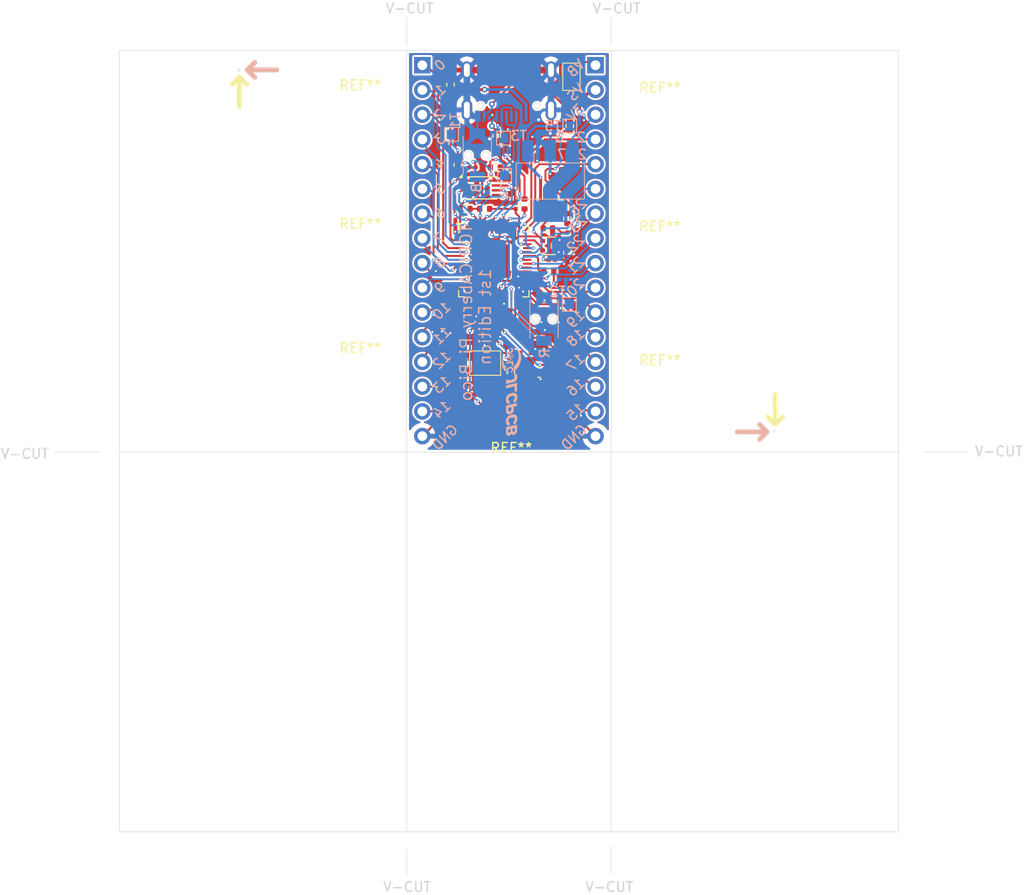
<source format=kicad_pcb>
(kicad_pcb (version 20241229) (generator "pcbnew") (generator_version "9.0")
  (layers (0 "F.Cu" signal) (2 "B.Cu" signal) (13 "F.Paste" user) (15 "B.Paste" user) (5 "F.SilkS" user "F.Silkscreen") (7 "B.SilkS" user "B.Silkscreen") (1 "F.Mask" user) (3 "B.Mask" user) (25 "Edge.Cuts" user))
  (net 0 "")
  (net 1 "GND")
  (net 2 "+3V3")
  (net 3 "Net-(Q1-D)")
  (net 4 "+1V1")
  (net 5 "Net-(U1-ADC_AVDD)")
  (net 6 "/XIN")
  (net 7 "/XR")
  (net 8 "/VSYS")
  (net 9 "Net-(D1-A)")
  (net 10 "Net-(J1-CC1)")
  (net 11 "Net-(J1-CC2)")
  (net 12 "/GPIO8")
  (net 13 "/GPIO10")
  (net 14 "/GPIO11")
  (net 15 "/GPIO2")
  (net 16 "/GPIO14")
  (net 17 "/GPIO1")
  (net 18 "/GPIO6")
  (net 19 "/GPIO3")
  (net 20 "/GPIO13")
  (net 21 "/GPIO7")
  (net 22 "/GPIO5")
  (net 23 "/GPIO9")
  (net 24 "/GPIO12")
  (net 25 "/GPIO4")
  (net 26 "/USB_D-")
  (net 27 "/USB_D+")
  (net 30 "/GPIO17")
  (net 31 "/GPIO15")
  (net 32 "/GPIO22")
  (net 33 "/GPIO18")
  (net 34 "/GPIO26_ADC0")
  (net 35 "/GPIO20")
  (net 36 "/GPIO27_ADC1")
  (net 37 "/GPIO16")
  (net 38 "/GPIO28_ADC2")
  (net 39 "/GPIO19")
  (net 40 "/GPIO21")
  (net 41 "/GPIO29_ADC3")
  (net 42 "Net-(U1-USB_DP)")
  (net 43 "Net-(U1-USB_DM)")
  (net 44 "/ADC_VREF")
  (net 45 "/XOUT")
  (net 46 "Net-(R9-Pad1)")
  (net 47 "/QSPI_SS")
  (net 48 "/GPIO25")
  (net 49 "/GPIO24")
  (net 50 "/GPIO23")
  (net 51 "/RUN")
  (net 52 "/QSPI_SD2")
  (net 53 "/QSPI_SCLK")
  (net 54 "/QSPI_SD0")
  (net 55 "/QSPI_SD1")
  (net 56 "/QSPI_SD3")
  (net 58 "/VBUS")
  (net 59 "/GPIO0")
  (footprint "raspberry pi pico:Schottly new SBR2U30P1" (layer "F.Cu") (at 156.5 81.5 -90)
    (property "Reference" "D2" (hide yes))
    (property "Value" "D_Schottky" (hide yes))
  )
  (footprint "raspberry pi pico:12MHz" (layer "F.Cu") (at 147.55 111.1)
    (property "Reference" "Y1")
    (property "Value" "Crystal_GND23")
  )
  (footprint "Capacitor_SMD:C_0201_0603Metric" (layer "F.Cu") (at 150.2 114.03 90)
    (property "Reference" "C6")
    (property "Value" "100n" (hide yes))
  )
  (footprint "MountingHole:MountingHole_2.2mm_M2" (layer "F.Cu") (at 165.5 86)
    (property "Reference" "REF**")
    (property "Value" "MountingHole_2.2mm_M2")
  )
  (footprint "Capacitor_SMD:C_0201_0603Metric" (layer "F.Cu") (at 154.0875 110.37 90)
    (property "Reference" "C5")
    (property "Value" "2.2u" (hide yes))
  )
  (footprint "Capacitor_SMD:C_0201_0603Metric" (layer "F.Cu") (at 147.225313 114.03 -90)
    (property "Reference" "C13")
    (property "Value" "2.2u" (hide yes))
  )
  (footprint "Resistor_SMD:R_0201_0603Metric" (layer "F.Cu") (at 150.2 110.37 -90)
    (property "Reference" "R8")
    (property "Value" "NO-FIT" (hide yes))
  )
  (footprint "Resistor_SMD:R_0402_1005Metric" (layer "F.Cu") (at 144 82.5 90)
    (property "Reference" "R13")
    (property "Value" "5.1k" (hide yes))
  )
  (footprint "Capacitor_SMD:C_0201_0603Metric" (layer "F.Cu") (at 153.174688 114.03 90)
    (property "Reference" "C10")
    (property "Value" "100n" (hide yes))
  )
  (footprint "Resistor_SMD:R_0402_1005Metric" (layer "F.Cu") (at 156 99.75 -90)
    (property "Reference" "R2")
    (property "Value" "100K" (hide yes))
  )
  (footprint "MountingHole:MountingHole_2.2mm_M2" (layer "F.Cu") (at 165.5 114)
    (property "Reference" "REF**")
    (property "Value" "MountingHole_2.2mm_M2")
  )
  (footprint "Resistor_SMD:R_0402_1005Metric" (layer "F.Cu") (at 148.6 91)
    (property "Reference" "R3")
    (property "Value" "27" (hide yes))
  )
  (footprint "Resistor_SMD:R_0402_1005Metric" (layer "F.Cu") (at 147.5 95.25)
    (property "Reference" "R6")
    (property "Value" "1" (hide yes))
  )
  (footprint "Connector_PinSocket_2.54mm:PinSocket_1x16_P2.54mm_Vertical" (layer "F.Cu") (at 141.11 80.5)
    (property "Reference" "J2" (hide yes))
    (property "Value" "Conn_01x16_Socket" (hide yes))
  )
  (footprint "Resistor_SMD:R_0402_1005Metric" (layer "F.Cu") (at 151.6 94.75 -90)
    (property "Reference" "R4")
    (property "Value" "27" (hide yes))
  )
  (footprint "MountingHole:MountingHole_2.2mm_M2" (layer "F.Cu") (at 165.5 100.25)
    (property "Reference" "REF**")
    (property "Value" "MountingHole_2.2mm_M2")
  )
  (footprint "Capacitor_SMD:C_0201_0603Metric" (layer "F.Cu") (at 148.216875 114.03 90)
    (property "Reference" "C1")
    (property "Value" "100n" (hide yes))
  )
  (footprint "Capacitor_SMD:C_0201_0603Metric" (layer "F.Cu") (at 154.16625 114.03 -90)
    (property "Reference" "C16")
    (property "Value" "100n" (hide yes))
  )
  (footprint "Capacitor_SMD:C_0201_0603Metric" (layer "F.Cu") (at 156 98 90)
    (property "Reference" "C2")
    (property "Value" "1n" (hide yes))
  )
  (footprint "Resistor_SMD:R_0402_1005Metric" (layer "F.Cu") (at 154.1 101.65)
    (property "Reference" "R10")
    (property "Value" "470" (hide yes))
  )
  (footprint "raspberry pi pico:MOSFET DMG1012T" (layer "F.Cu") (at 154.105 99)
    (property "Reference" "Q1" (hide yes))
    (property "Value" "DMG1012T" (hide yes))
  )
  (footprint "Resistor_SMD:R_0201_0603Metric" (layer "F.Cu") (at 146.25 91 180)
    (property "Reference" "R11")
    (property "Value" "NO-FIT" (hide yes))
  )
  (footprint "Capacitor_SMD:C_0201_0603Metric" (layer "F.Cu") (at 152.183125 114.03 90)
    (property "Reference" "C4")
    (property "Value" "100n" (hide yes))
  )
  (footprint "Package_DFN_QFN:QFN-56-1EP_7x7mm_P0.4mm_EP3.2x3.2mm" (layer "F.Cu") (at 148.45 100.6875)
    (property "Reference" "U1")
    (property "Value" "RP2040")
  )
  (footprint "Capacitor_SMD:C_0201_0603Metric" (layer "F.Cu") (at 151.2 110.37 90)
    (property "Reference" "C14")
    (property "Value" "15p" (hide yes))
  )
  (footprint "Capacitor_SMD:C_0201_0603Metric" (layer "F.Cu") (at 146.23375 114.03 90)
    (property "Reference" "C3")
    (property "Value" "2.2u" (hide yes))
  )
  (footprint "Resistor_SMD:R_0402_1005Metric" (layer "F.Cu") (at 156 96.25 -90)
    (property "Reference" "R1")
    (property "Value" "200K" (hide yes))
  )
  (footprint "Capacitor_SMD:C_0201_0603Metric" (layer "F.Cu") (at 150.7 94.95 -90)
    (property "Reference" "C12")
    (property "Value" "2.2u" (hide yes))
  )
  (footprint "Connector_PinSocket_2.54mm:PinSocket_1x16_P2.54mm_Vertical" (layer "F.Cu") (at 158.89 80.5)
    (property "Reference" "J4" (hide yes))
    (property "Value" "Conn_01x16_Socket" (hide yes))
  )
  (footprint "MountingHole:MountingHole_2.2mm_M2" (layer "F.Cu") (at 134.75 100)
    (property "Reference" "REF**")
    (property "Value" "MountingHole_2.2mm_M2")
  )
  (footprint "Capacitor_SMD:C_0201_0603Metric" (layer "F.Cu") (at 151.191563 114.03 90)
    (property "Reference" "C11")
    (property "Value" "100n" (hide yes))
  )
  (footprint "Resistor_SMD:R_0402_1005Metric" (layer "F.Cu") (at 144.75 90.75 -90)
    (property "Reference" "R9")
    (property "Value" "1k" (hide yes))
  )
  (footprint "Capacitor_SMD:C_0201_0603Metric" (layer "F.Cu") (at 151.2 112.06 -90)
    (property "Reference" "C15")
    (property "Value" "15p" (hide yes))
  )
  (footprint "MountingHole:MountingHole_2.2mm_M2" (layer "F.Cu") (at 150.25 123)
    (property "Reference" "REF**")
    (property "Value" "MountingHole_2.2mm_M2")
  )
  (footprint "Resistor_SMD:R_0402_1005Metric" (layer "F.Cu") (at 148.75 87.75 -90)
    (property "Reference" "R12" (hide yes))
    (property "Value" "5.1k" (hide yes))
  )
  (footprint "Package_SON:Winbond_USON-8-1EP_3x2mm_P0.5mm_EP0.2x1.6mm" (layer "F.Cu") (at 147.25 93.1)
    (property "Reference" "U2")
    (property "Value" "Flash Memory" (hide yes))
  )
  (footprint "Capacitor_SMD:C_0201_0603Metric" (layer "F.Cu") (at 152.2375 110.37 90)
    (property "Reference" "C9")
    (property "Value" "100n" (hide yes))
  )
  (footprint "MountingHole:MountingHole_2.2mm_M2" (layer "F.Cu") (at 134.75 85.75)
    (property "Reference" "REF**")
    (property "Value" "MountingHole_2.2mm_M2")
  )
  (footprint "Capacitor_SMD:C_0402_1005Metric" (layer "F.Cu") (at 154 97.25)
    (property "Reference" "C17")
    (property "Value" "10u" (hide yes))
  )
  (footprint "Resistor_SMD:R_0201_0603Metric" (layer "F.Cu") (at 154.4 100.5 180)
    (property "Reference" "R14")
    (property "Value" "10k" (hide yes))
  )
  (footprint "Resistor_SMD:R_0402_1005Metric" (layer "F.Cu") (at 156.25 86.75 90)
    (property "Reference" "R15")
    (property "Value" "5.6k" (hide yes))
  )
  (footprint "Resistor_SMD:R_0402_1005Metric" (layer "F.Cu") (at 145.5 95.25)
    (property "Reference" "R5")
    (property "Value" "200" (hide yes))
  )
  (footprint "MountingHole:MountingHole_2.2mm_M2" (layer "F.Cu") (at 134.75 112.75)
    (property "Reference" "REF**")
    (property "Value" "MountingHole_2.2mm_M2")
  )
  (footprint "Capacitor_SMD:C_0603_1608Metric" (layer "F.Cu") (at 153.1 112.05 180)
    (property "Reference" "C18")
    (property "Value" "22u" (hide yes))
  )
  (footprint "Capacitor_SMD:C_0201_0603Metric" (layer "F.Cu") (at 153.1625 110.37 90)
    (property "Reference" "C7")
    (property "Value" "100n" (hide yes))
  )
  (footprint "Capacitor_SMD:C_0201_0603Metric" (layer "F.Cu") (at 149.208438 114.03 90)
    (property "Reference" "C8")
    (property "Value" "100n" (hide yes))
  )
  (footprint "Resistor_SMD:R_0402_1005Metric" (layer "F.Cu") (at 150.2 112.06 90)
    (property "Reference" "R7")
    (property "Value" "1k" (hide yes))
  )
  (footprint "LED_SMD:LED_0201_0603Metric" (layer "B.Cu") (at 155.5 102.5 180)
    (property "Reference" "D1" (hide yes))
    (property "Value" "LED")
  )
  (footprint "TestPoint:TestPoint_Pad_1.0x1.0mm" (layer "B.Cu") (at 144.1 87.6)
    (property "Reference" "T1")
    (property "Value" "TestPoint")
  )
  (footprint "raspberry pi pico:Type-C" (layer "B.Cu") (at 150 83)
    (property "Reference" "J1" (hide yes))
    (property "Value" "USB_C_Receptacle" (hide yes))
    (fp_circle (center -2.89 1.68) (end -2.565 1.68) (stroke (width 0.05)) (fill no) (layer "Edge.Cuts"))
    (fp_circle (center 2.89 1.68) (end 3.215 1.68) (stroke (width 0.05)) (fill no) (layer "Edge.Cuts"))
  )
  (footprint "raspberry pi pico:Tactil Switch" (layer "B.Cu") (at 146.75 89.75 180)
    (property "Reference" "SW1" (hide yes))
    (property "Value" "SW_Push" (hide yes))
    (fp_circle (center 0.9 0) (end 1.275 0) (stroke (width 0.05)) (fill no) (layer "Edge.Cuts"))
    (fp_circle (center -0.9 0) (end -0.525 0) (stroke (width 0.05)) (fill no) (layer "Edge.Cuts"))
  )
  (footprint "TestPoint:TestPoint_Pad_1.0x1.0mm" (layer "B.Cu") (at 149.45 88)
    (property "Reference" "T3")
    (property "Value" "TestPoint")
  )
  (footprint "TestPoint:TestPoint_Pad_1.0x1.0mm" (layer "B.Cu") (at 156.2 105.05)
    (property "Reference" "T2")
    (property "Value" "TestPoint")
  )
  (footprint "TestPoint:TestPoint_Pad_1.0x1.0mm" (layer "B.Cu") (at 156.25 86.75)
    (property "Reference" "T5")
    (property "Value" "TestPoint")
  )
  (footprint "raspberry pi pico:JLCPCB1" (layer "B.Cu") (at 150.28 114.05 -90)
    (property "Reference" "G***" (hide yes))
    (property "Value" "LOGO" (hide yes))
  )
  (footprint "raspberry pi pico:Tactil Switch" (layer "B.Cu") (at 153.6 106.575)
    (property "Reference" "SW2" (hide yes))
    (property "Value" "SW_Push" (hide yes))
    (fp_circle (center -0.9 0) (end -0.525 0) (stroke (width 0.05)) (fill no) (layer "Edge.Cuts"))
    (fp_circle (center 0.9 0) (end 1.275 0) (stroke (width 0.05)) (fill no) (layer "Edge.Cuts"))
  )
  (footprint "TestPoint:TestPoint_Pad_1.0x1.0mm" (layer "B.Cu") (at 149.55 91.8)
    (property "Reference" "T4")
    (property "Value" "TestPoint")
  )
  (footprint "raspberry pi pico:3pin regulator" (layer "B.Cu") (at 154.25 92.5)
    (property "Reference" "U3" (hide yes))
    (property "Value" "OKI-78SR-3.3_1.5-W36H-C" (hide yes))
  )
  (gr_line (start 160.5 79) (end 190 79) (stroke (width 0.05)) (layer "Edge.Cuts"))
  (gr_circle (center 122.25 81) (end 122.375 81) (stroke (width 0.05)) (fill no) (layer "Edge.Cuts"))
  (gr_rect (start 139.5 79) (end 160.5 120.25) (stroke (width 0.05)) (fill no) (layer "Edge.Cuts"))
  (gr_line (start 110 120.25) (end 139.5 120.25) (stroke (width 0.05)) (layer "Edge.Cuts"))
  (gr_line (start 190 79) (end 190 159.25) (stroke (width 0.05)) (layer "Edge.Cuts"))
  (gr_line (start 110 159.25) (end 190 159.25) (stroke (width 0.05)) (layer "Edge.Cuts"))
  (gr_line (start 139.5 75.625) (end 139.5 78.375) (stroke (width 0.05)) (layer "Edge.Cuts"))
  (gr_circle (center 177.215 118.07) (end 177.34 118.07) (stroke (width 0.05)) (fill no) (layer "Edge.Cuts"))
  (gr_line (start 139.5 161) (end 139.5 163.75) (stroke (width 0.05)) (layer "Edge.Cuts"))
  (gr_line (start 108.125 120.25) (end 103.375 120.25) (stroke (width 0.05)) (layer "Edge.Cuts"))
  (gr_line (start 139.5 79) (end 110 79) (stroke (width 0.05)) (layer "Edge.Cuts"))
  (gr_line (start 139.5 120.25) (end 139.5 159.25) (stroke (width 0.05)) (layer "Edge.Cuts"))
  (gr_line (start 160.5 75.625) (end 160.5 78.375) (stroke (width 0.05)) (layer "Edge.Cuts"))
  (gr_line (start 192.5 120.25) (end 197 120.25) (stroke (width 0.05)) (layer "Edge.Cuts"))
  (gr_line (start 190 120.25) (end 160.5 120.25) (stroke (width 0.05)) (layer "Edge.Cuts"))
  (gr_line (start 110 79) (end 110 159.25) (stroke (width 0.05)) (layer "Edge.Cuts"))
  (gr_line (start 160.5 160.75) (end 160.5 163.5) (stroke (width 0.05)) (layer "Edge.Cuts"))
  (gr_line (start 160.5 120.25) (end 160.5 159.25) (stroke (width 0.05)) (layer "Edge.Cuts"))
  (gr_text "↑" (at 119.52 85.28 0) (layer "F.SilkS") (effects (font (size 4 4) (thickness 0.5)) (justify left bottom)))
  (gr_text "↓\n" (at 174.52 117.9 0) (layer "F.SilkS") (effects (font (size 4 4) (thickness 0.5)) (justify left bottom)))
  (gr_text "4" (at 143.75 90.66 45) (layer "B.SilkS") (effects (font (size 1 1) (thickness 0.153)) (justify left bottom mirror)))
  (gr_text "15" (at 158 115.79 45) (layer "B.SilkS") (effects (font (size 1 1) (thickness 0.153)) (justify left bottom mirror)))
  (gr_text "VS" (at 158 83 45) (layer "B.SilkS") (effects (font (size 1 1) (thickness 0.153)) (justify left bottom mirror)))
  (gr_text "8" (at 155.75 88.5 0) (layer "B.SilkS") (effects (font (size 1 1) (thickness 0.153)) (justify left bottom mirror)))
  (gr_text "21" (at 158 100.75 45) (layer "B.SilkS") (effects (font (size 1 1) (thickness 0.153)) (justify left bottom mirror)))
  (gr_text "22" (at 158 98.5 45) (layer "B.SilkS") (effects (font (size 1 1) (thickness 0.153)) (justify left bottom mirror)))
  (gr_text "11" (at 144.25 107.94 45) (layer "B.SilkS") (effects (font (size 1 1) (thickness 0.153)) (justify left bottom mirror)))
  (gr_text "→" (at 172.17 120.21 0) (layer "B.SilkS") (effects (font (size 4 4) (thickness 0.5)) (justify left bottom)))
  (gr_text "2" (at 143.75 85.58 45) (layer "B.SilkS") (effects (font (size 1 1) (thickness 0.153)) (justify left bottom mirror)))
  (gr_text "2" (at 158 88.5 0) (layer "B.SilkS") (effects (font (size 1 1) (thickness 0.153)) (justify left bottom mirror)))
  (gr_text "23" (at 158.25 96.5 45) (layer "B.SilkS") (effects (font (size 1 1) (thickness 0.153)) (justify left bottom mirror)))
  (gr_text "3" (at 143.75 88.12 45) (layer "B.SilkS") (effects (font (size 1 1) (thickness 0.153)) (justify left bottom mirror)))
  (gr_text "19" (at 158 106.25 45) (layer "B.SilkS") (effects (font (size 1 1) (thickness 0.153)) (justify left bottom mirror)))
  (gr_text "B" (at 147.25 92.5 90) (layer "B.SilkS") (effects (font (size 1 1) (thickness 0.153)) (justify left bottom mirror)))
  (gr_text "20" (at 158 103 45) (layer "B.SilkS") (effects (font (size 1 1) (thickness 0.153)) (justify left bottom mirror)))
  (gr_text "17" (at 158 110.71 45) (layer "B.SilkS") (effects (font (size 1 1) (thickness 0.153)) (justify left bottom mirror)))
  (gr_text "7" (at 143.75 98.28 45) (layer "B.SilkS") (effects (font (size 1 1) (thickness 0.153)) (justify left bottom mirror)))
  (gr_text "VB" (at 158 80.5 45) (layer "B.SilkS") (effects (font (size 1 1) (thickness 0.153)) (justify left bottom mirror)))
  (gr_text "13" (at 144.25 113 45) (layer "B.SilkS") (effects (font (size 1 1) (thickness 0.153)) (justify left bottom mirror)))
  (gr_text "GND" (at 145 118 45) (layer "B.SilkS") (effects (font (size 1 1) (thickness 0.153)) (justify left bottom mirror)))
  (gr_text "9" (at 143.75 103.36 45) (layer "B.SilkS") (effects (font (size 1 1) (thickness 0.153)) (justify left bottom mirror)))
  (gr_text "0" (at 143.75 80.5 45) (layer "B.SilkS") (effects (font (size 1 1) (thickness 0.153)) (justify left bottom mirror)))
  (gr_text "8" (at 143.75 100.82 45) (layer "B.SilkS") (effects (font (size 1 1) (thickness 0.153)) (justify left bottom mirror)))
  (gr_text "3V" (at 158 85.08 45) (layer "B.SilkS") (effects (font (size 1 1) (thickness 0.153)) (justify left bottom mirror)))
  (gr_text "14" (at 144.25 115.56 45) (layer "B.SilkS") (effects (font (size 1 1) (thickness 0.153)) (justify left bottom mirror)))
  (gr_text "10" (at 144.25 105.4 45) (layer "B.SilkS") (effects (font (size 1 1) (thickness 0.153)) (justify left bottom mirror)))
  (gr_text "TORICAberry Pi Bico\n     1st Edition" (at 148.25 96.75 90) (layer "B.SilkS") (effects (font (size 1.2 1.2) (thickness 0.153)) (justify left bottom mirror)))
  (gr_text "7" (at 156 90.25 0) (layer "B.SilkS") (effects (font (size 1 1) (thickness 0.153)) (justify left bottom mirror)))
  (gr_text "2" (at 158.12 90.25 0) (layer "B.SilkS") (effects (font (size 1 1) (thickness 0.153)) (justify left bottom mirror)))
  (gr_text "1" (at 143.75 83.04 45) (layer "B.SilkS") (effects (font (size 1 1) (thickness 0.153)) (justify left bottom mirror)))
  (gr_text "18" (at 158 108.17 45) (layer "B.SilkS") (effects (font (size 1 1) (thickness 0.153)) (justify left bottom mirror)))
  (gr_text "←" (at 121.85 83.02 0) (layer "B.SilkS") (effects (font (size 4 4) (thickness 0.5)) (justify left bottom)))
  (gr_text "16" (at 158 113.25 45) (layer "B.SilkS") (effects (font (size 1 1) (thickness 0.153)) (justify left bottom mirror)))
  (gr_text "5" (at 143.75 93.25 45) (layer "B.SilkS") (effects (font (size 1 1) (thickness 0.153)) (justify left bottom mirror)))
  (gr_text "12" (at 144.25 110.48 45) (layer "B.SilkS") (effects (font (size 1 1) (thickness 0.153)) (justify left bottom mirror)))
  (gr_text "R" (at 154.25 109.5 90) (layer "B.SilkS") (effects (font (size 1 1) (thickness 0.153)) (justify left bottom mirror)))
  (gr_text "26" (at 158.25 94.75 45) (layer "B.SilkS") (effects (font (size 1 1) (thickness 0.153)) (justify left bottom mirror)))
  (gr_text "GND" (at 158.25 118 45) (layer "B.SilkS") (effects (font (size 1 1) (thickness 0.153)) (justify left bottom mirror)))
  (gr_text "6" (at 143.75 95.74 45) (layer "B.SilkS") (effects (font (size 1 1) (thickness 0.153)) (justify left bottom mirror)))
  (gr_text "V-CUT" (at 197.75 120.75 0) (layer "Edge.Cuts") (effects (font (size 1 1)) (justify left bottom)))
  (gr_text "V-CUT" (at 137 165.5 0) (layer "Edge.Cuts") (effects (font (size 1 1)) (justify left bottom)))
  (gr_text "V-CUT" (at 157.75 165.5 0) (layer "Edge.Cuts") (effects (font (size 1 1)) (justify left bottom)))
  (gr_text "V-CUT" (at 97.75 121 0) (layer "Edge.Cuts") (effects (font (size 1 1)) (justify left bottom)))
  (gr_text "V-CUT" (at 158.5 75.25 0) (layer "Edge.Cuts") (effects (font (size 1 1)) (justify left bottom)))
  (gr_text "V-CUT" (at 137.25 75.25 0) (layer "Edge.Cuts") (effects (font (size 1 1)) (justify left bottom)))
  (segment (start 148.45 100.6875) (end 148.45 101.95) (width 0.2) (layer "F.Cu") (net 1))
  (segment (start 144 81.5) (end 144.5 81) (width 0.5) (layer "F.Cu") (net 1))
  (segment (start 157.526 101.8) (end 157.526 99.4) (width 0.2) (layer "F.Cu") (net 1))
  (segment (start 151.2 111.74) (end 151.2 110.69) (width 0.2) (layer "F.Cu") (net 1))
  (segment (start 147.45 107.3) (end 146.45 108.3) (width 0.2) (layer "F.Cu") (net 1))
  (segment (start 145.825 93.85) (end 146.5 93.85) (width 0.2) (layer "F.Cu") (net 1))
  (segment (start 157.526 94.926) (end 156.1 93.5) (width 0.2) (layer "F.Cu") (net 1))
  (segment (start 146.23375 114.35) (end 154.16625 114.35) (width 0.2) (layer "F.Cu") (net 1))
  (segment (start 156 100.26) (end 156.666 100.26) (width 0.2) (layer "F.Cu") (net 1))
  (segment (start 144 81.99) (end 144 81.5) (width 0.5) (layer "F.Cu") (net 1))
  (segment (start 152.015 111.74) (end 152.325 112.05) (width 0.2) (layer "F.Cu") (net 1))
  (segment (start 154.69 110.69) (end 154.0875 110.69) (width 0.2) (layer "F.Cu") (net 1))
  (segment (start 157.526 97.849) (end 156.625 98.75) (width 0.2) (layer "F.Cu") (net 1))
  (segment (start 157.4 116.5) (end 157.15 116.75) (width 0.2) (layer "F.Cu") (net 1))
  (segment (start 154.25 91.65) (end 156.1 93.5) (width 0.2) (layer "F.Cu") (net 1))
  (segment (start 157.15 116.75) (end 157.04 116.75) (width 0.2) (layer "F.Cu") (net 1))
  (segment (start 147.1 91.26987) (end 147.1 90.5) (width 0.2) (layer "F.Cu") (net 1))
  (segment (start 147.1 90.5) (end 146.75 90.15) (width 0.2) (layer "F.Cu") (net 1))
  (segment (start 146.45 111.9) (end 145.7 111.9) (width 0.2) (layer "F.Cu") (net 1))
  (segment (start 146 114.35) (end 146.23375 114.35) (width 0.2) (layer "F.Cu") (net 1))
  (segment (start 143.6 116.75) (end 146 114.35) (width 0.2) (layer "F.Cu") (net 1))
  (segment (start 150.7 94.63) (end 146.65 94.63) (width 0.2) (layer "F.Cu") (net 1))
  (segment (start 142.96 116.75) (end 157.04 116.75) (width 0.2) (layer "F.Cu") (net 1))
  (segment (start 146.45 108.3) (end 146.45 110.3) (width 0.2) (layer "F.Cu") (net 1))
  (segment (start 154.5 114.35) (end 155.05 113.8) (width 0.2) (layer "F.Cu") (net 1))
  (segment (start 148.45 101.95) (end 147.45 102.95) (width 0.2) (layer "F.Cu") (net 1))
  (segment (start 147.45 104.125) (end 147.45 107.3) (width 0.2) (layer "F.Cu") (net 1))
  (segment (start 154.72 100.5) (end 155.76 100.5) (width 0.2) (layer "F.Cu") (net 1))
  (segment (start 157.526 97.8) (end 157.526 94.926) (width 0.2) (layer "F.Cu") (net 1))
  (segment (start 146.7 93.65) (end 146.7 91.66987) (width 0.2) (layer "F.Cu") (net 1))
  (segment (start 157.526 99.4) (end 157.526 97.8) (width 0.2) (layer "F.Cu") (net 1))
  (segment (start 154.25 87.5) (end 154.25 87.309311) (width 0.3) (layer "F.Cu") (net 1))
  (segment (start 156.666 100.26) (end 157.526 99.4) (width 0.2) (layer "F.Cu") (net 1))
  (segment (start 145.7 111.9) (end 145.3 112.3) (width 0.2) (layer "F.Cu") (net 1))
  (segment (start 155.38 97.68) (end 156 97.68) (width 0.2) (layer "F.Cu") (net 1))
  (segment (start 154.16625 114.35) (end 154.5 114.35) (width 0.2) (layer "F.Cu") (net 1))
  (segment (start 157.526 102.974) (end 157.526 101.8) (width 0.2) (layer "F.Cu") (net 1))
  (segment (start 148 88.07) (end 148.56 88.07) (width 0.2) (layer "F.Cu") (net 1))
  (segment (start 154.25 87.309311) (end 153.040689 86.1) (width 0.3) (layer "F.Cu") (net 1))
  (segment (start 147.45 102.95) (end 147.45 104.125) (width 0.2) (layer "F.Cu") (net 1))
  (segment (start 146.75 89.32) (end 148 88.07) (width 0.2) (layer "F.Cu") (net 1))
  (segment (start 155.2 97.86) (end 155.2 98.45) (width 0.2) (layer "F.Cu") (net 1))
  (segment (start 146.5 93.85) (end 146.7 93.65) (width 0.2) (layer "F.Cu") (net 1))
  (segment (start 151.2 110.69) (end 154.0875 110.69) (width 0.2) (layer "F.Cu") (net 1))
  (segment (start 145.3 113.65) (end 146 114.35) (width 0.2) (layer "F.Cu") (net 1))
  (segment (start 146.45 110.3) (end 146.45 111.9) (width 0.2) (layer "F.Cu") (net 1))
  (segment (start 146.7 91.66987) (end 147.1 91.26987) (width 0.2) (layer "F.Cu") (net 1))
  (segment (start 146.605 94.63) (end 145.825 93.85) (width 0.2) (layer "F.Cu") (net 1))
  (segment (start 155.05 111.05) (end 154.69 110.69) (width 0.2) (layer "F.Cu") (net 1))
  (segment (start 141.11 118.6) (end 142.96 116.75) (width 0.2) (layer "F.Cu") (net 1))
  (segment (start 144.5 81) (end 145.68 81) (width 0.5) (layer "F.Cu") (net 1))
  (segment (start 155.76 100.5) (end 156 100.26) (width 0.2) (layer "F.Cu") (net 1))
  (segment (start 142.96 116.75) (end 143.6 116.75) (width 0.2) (layer "F.Cu") (net 1))
  (segment (start 145.3 112.3) (end 145.3 113.65) (width 0.2) (layer "F.Cu") (net 1))
  (segment (start 148.56 88.07) (end 148.75 88.26) (width 0.2) (layer "F.Cu") (net 1))
  (segment (start 154.48 97.25) (end 154.95 97.25) (width 0.2) (layer "F.Cu") (net 1))
  (segment (start 154.95 97.25) (end 155.38 97.68) (width 0.2) (layer "F.Cu") (net 1))
  (segment (start 146.65 94.63) (end 146.605 94.63) (width 0.2) (layer "F.Cu") (net 1))
  (segment (start 151.2 111.74) (end 152.015 111.74) (width 0.2) (layer "F.Cu") (net 1))
  (segment (start 157.526 97.8) (end 157.526 97.849) (width 0.2) (layer "F.Cu") (net 1))
  (segment (start 154.32 81) (end 145.68 81) (width 0.7) (layer "F.Cu") (net 1))
  (segment (start 155.38 97.68) (end 155.2 97.86) (width 0.2) (layer "F.Cu") (net 1))
  (segment (start 157.04 116.75) (end 158.89 118.6) (width 0.2) (layer "F.Cu") (net 1))
  (segment (start 155.05 113.8) (end 155.05 111.05) (width 0.2) (layer "F.Cu") (net 1))
  (segment (start 157.4 103.1) (end 157.526 102.974) (width 0.2) (layer "F.Cu") (net 1))
  (segment (start 157.4 103.301) (end 157.4 103.1) (width 0.2) (layer "F.Cu") (net 1))
  (segment (start 146.75 90.15) (end 146.75 89.32) (width 0.2) (layer "F.Cu") (net 1))
  (via (at 148.85 86.65) (size 0.35) (drill 0.2) (layers "F.Cu" "B.Cu") (net 1))
  (via (at 147.5 109.25) (size 0.35) (drill 0.2) (layers "F.Cu" "B.Cu") (net 1))
  (via (at 145.45 103.7) (size 0.35) (drill 0.2) (layers "F.Cu" "B.Cu") (net 1))
  (via (at 152.35 103.7) (size 0.35) (drill 0.2) (layers "F.Cu" "B.Cu") (net 1))
  (via (at 154.25 91.65) (size 0.35) (drill 0.2) (layers "F.Cu" "B.Cu") (net 1))
  (via (at 151.45 103.75) (size 0.35) (drill 0.2) (layers "F.Cu" "B.Cu") (net 1))
  (via (at 157.4 103.301) (size 0.35) (drill 0.2) (layers "F.Cu" "B.Cu") (net 1))
  (via (at 150.1 89.7) (size 0.35) (drill 0.2) (layers "F.Cu" "B.Cu") (net 1))
  (via (at 153.65 104.65) (size 0.35) (drill 0.2) (layers "F.Cu" "B.Cu") (net 1))
  (via (at 142.25 106.15) (size 0.35) (drill 0.2) (layers "F.Cu" "B.Cu") (net 1))
  (via (at 142.5 101.65) (size 0.35) (drill 0.2) (layers "F.Cu" "B.Cu") (net 1))
  (via (at 156.625 98.75) (size 0.35) (drill 0.2) (layers "F.Cu" "B.Cu") (net 1))
  (via (at 152.9 90.3) (size 0.35) (drill 0.2) (layers "F.Cu" "B.Cu") (net 1))
  (via (at 153.35 106.9) (size 0.35) (drill 0.2) (layers "F.Cu" "B.Cu") (net 1))
  (via (at 150.65 93.1) (size 0.35) (drill 0.2) (layers "F.Cu" "B.Cu") (net 1))
  (via (at 142.25 100.55) (size 0.35) (drill 0.2) (layers "F.Cu" "B.Cu") (net 1))
  (via (at 149.9 87.1) (size 0.35) (drill 0.2) (layers "F.Cu" "B.Cu") (net 1))
  (via (at 152.4 87.85) (size 0.35) (drill 0.2) (layers "F.Cu" "B.Cu") (net 1))
  (via (at 149.8 103.15) (size 0.35) (drill 0.2) (layers "F.Cu" "B.Cu") (net 1))
  (via (at 153.25 112.75) (size 0.35) (drill 0.2) (layers "F.Cu" "B.Cu") (net 1))
  (via (at 155.1 99.7) (size 0.35) (drill 0.2) (layers "F.Cu" "B.Cu") (net 1))
  (via (at 148 88.07) (size 0.6) (drill 0.3) (layers "F.Cu" "B.Cu") (net 1))
  (via (at 151.05 103.35) (size 0.35) (drill 0.2) (layers "F.Cu" "B.Cu") (net 1))
  (via (at 157.7 85.65) (size 0.35) (drill 0.2) (layers "F.Cu" "B.Cu") (net 1))
  (via (at 142.15 107.9) (size 0.35) (drill 0.2) (layers "F.Cu" "B.Cu") (net 1))
  (via (at 154.035876 103.014124) (size 0.35) (drill 0.2) (layers "F.Cu" "B.Cu") (net 1))
  (via (at 155.1 87.2) (size 0.35) (drill 0.2) (layers "F.Cu" "B.Cu") (net 1))
  (via (at 149.5 105) (size 0.35) (drill 0.2) (layers "F.Cu" "B.Cu") (net 1))
  (via (at 155.1 106.9) (size 0.35) (drill 0.2) (layers "F.Cu" "B.Cu") (net 1))
  (via (at 157.7 86.15) (size 0.35) (drill 0.2) (layers "F.Cu" "B.Cu") (net 1))
  (via (at 155.3 105.45) (size 0.35) (drill 0.2) (layers "F.Cu" "B.Cu") (net 1))
  (via (at 153.040689 86.1) (size 0.6) (drill 0.3) (layers "F.Cu" "B.Cu") (net 1))
  (via (at 150.2 92.6) (size 0.35) (drill 0.2) (layers "F.Cu" "B.Cu") (net 1))
  (via (at 148.3 85.6) (size 0.35) (drill 0.2) (layers "F.Cu" "B.Cu") (net 1))
  (via (at 143.1 107.85) (size 0.35) (drill 0.2) (layers "F.Cu" "B.Cu") (net 1))
  (via (at 146.65 106.3) (size 0.35) (drill 0.2) (layers "F.Cu" "B.Cu") (net 1))
  (via (at 150.1 88.8) (size 0.35) (drill 0.2) (layers "F.Cu" "B.Cu") (net 1))
  (via (at 144 108) (size 0.35) (drill 0.2) (layers "F.Cu" "B.Cu") (net 1))
  (via (at 157.4 116.5) (size 0.35) (drill 0.2) (layers "F.Cu" "B.Cu") (net 1))
  (via (at 144.5 97.6) (size 0.35) (drill 0.2) (layers "F.Cu" "B.Cu") (net 1))
  (via (at 152.7 109.65) (size 0.35) (drill 0.2) (layers "F.Cu" "B.Cu") (net 1))
  (via (at 153.6 109.65) (size 0.35) (drill 0.2) (layers "F.Cu" "B.Cu") (net 1))
  (via (at 150.7 109.65) (size 0.35) (drill 0.2) (layers "F.Cu" "B.Cu") (net 1))
  (via (at 155.2 98.45) (size 0.35) (drill 0.2) (layers "F.Cu" "B.Cu") (net 1))
  (via (at 154.25 87.5) (size 0.6) (drill 0.3) (layers "F.Cu" "B.Cu") (net 1))
  (via (at 150.95 102.2) (size 0.35) (drill 0.2) (layers "F.Cu" "B.Cu") (net 1))
  (via (at 153.7 107.7) (size 0.35) (drill 0.2) (layers "F.Cu" "B.Cu") (net 1))
  (via (at 146.65 94.63) (size 0.35) (drill 0.2) (layers "F.Cu" "B.Cu") (net 1))
  (via (at 149.1 108.4) (size 0.35) (drill 0.2) (layers "F.Cu" "B.Cu") (net 1))
  (segment (start 154.233011 89.316989) (end 154.233011 91.633011) (width 0.3) (layer "B.Cu") (net 1))
  (segment (start 156.599 102.5) (end 157.4 103.301) (width 0.2) (layer "B.Cu") (net 1))
  (segment (start 155.2 98.45) (end 155.2 98.65) (width 0.2) (layer "B.Cu") (net 1))
  (segment (start 153.51 85.09) (end 154.32 85.09) (width 0.3) (layer "B.Cu") (net 1))
  (segment (start 156.625 98.75) (end 156.375 99) (width 0.2) (layer "B.Cu") (net 1))
  (segment (start 146.75 85.85) (end 146.65 85.75) (width 0.2) (layer "B.Cu") (net 1))
  (segment (start 155.2 98.65) (end 155.55 99) (width 0.2) (layer "B.Cu") (net 1))
  (segment (start 146.65 87.425) (end 146.75 87.525) (width 0.2) (layer "B.Cu") (net 1))
  (segment (start 154.32 81) (end 154.32 85.09) (width 0.7) (layer "B.Cu") (net 1))
  (segment (start 146.34 85.75) (end 145.68 85.09) (width 0.6) (layer "B.Cu") (net 1))
  (segment (start 145.68 85.09) (end 145.68 81) (width 0.7) (layer "B.Cu") (net 1))
  (segment (start 154.233011 91.633011) (end 154.25 91.65) (width 0.3) (layer "B.Cu") (net 1))
  (segment (start 146.65 85.75) (end 146.34 85.75) (width 0.6) (layer "B.Cu") (net 1))
  (segment (start 153.040689 86.1) (end 153.040689 85.559311) (width 0.3) (layer "B.Cu") (net 1))
  (segment (start 148 88.07) (end 147.75 88.07) (width 0.2) (layer "B.Cu") (net 1))
  (segment (start 146.75 87.525) (end 146.75 85.85) (width 0.2) (layer "B.Cu") (net 1))
  (segment (start 155.82 102.5) (end 156.599 102.5) (width 0.2) (layer "B.Cu") (net 1))
  (segment (start 154.25 89.3) (end 154.25 87.5) (width 0.3) (layer "B.Cu") (net 1))
  (segment (start 147.75 88.07) (end 147.205 87.525) (width 0.2) (layer "B.Cu") (net 1))
  (segment (start 157.4 116.5) (end 157.4 103.301) (width 0.2) (layer "B.Cu") (net 1))
  (segment (start 156.375 99) (end 155.55 99) (width 0.2) (layer "B.Cu") (net 1))
  (segment (start 154.25 89.3) (end 154.233011 89.316989) (width 0.3) (layer "B.Cu") (net 1))
  (segment (start 153.040689 85.559311) (end 153.51 85.09) (width 0.3) (layer "B.Cu") (net 1))
  (segment (start 147.205 87.525) (end 146.75 87.525) (width 0.2) (layer "B.Cu") (net 1))
  (segment (start 145.6375 98.0875) (end 145.904668 98.354668) (width 0.2) (layer "F.Cu") (net 2))
  (segment (start 150.4 101.4) (end 150.4 98.9) (width 0.2) (layer "F.Cu") (net 2))
  (segment (start 145.0125 98.0875) (end 145.6375 98.0875) (width 0.2) (layer "F.Cu") (net 2))
  (segment (start 150.7625 101.6875) (end 150.9375 101.6875) (width 0.2) (layer "F.Cu") (net 2))
  (segment (start 153.574381 111.274381) (end 153.875 111.575) (width 0.2) (layer "F.Cu") (net 2))
  (segment (start 149.05 102.65) (end 150.15 102.65) (width 0.2) (layer "F.Cu") (net 2))
  (segment (start 146.23375 113.71) (end 154.16625 113.71) (width 0.2) (layer "F.Cu") (net 2))
  (segment (start 154.29 113.71) (end 154.55 113.45) (width 0.2) (layer "F.Cu") (net 2))
  (segment (start 148.65 103.05) (end 149.05 102.65) (width 0.2) (layer "F.Cu") (net 2))
  (segment (start 153.217898 111.274381) (end 153.574381 111.274381) (width 0.2) (layer "F.Cu") (net 2))
  (segment (start 144.99 94.96) (end 145.485876 94.464124) (width 0.2) (layer "F.Cu") (net 2))
  (segment (start 153.0375 98.0875) (end 152.55 97.6) (width 0.2) (layer "F.Cu") (net 2))
  (segment (start 148.65 97.25) (end 149.05 97.25) (width 0.2) (layer "F.Cu") (net 2))
  (segment (start 153.0475 98.0875) (end 153.46 98.5) (width 0.2) (layer "F.Cu") (net 2))
  (segment (start 150.5 101.95) (end 150.7625 101.6875) (width 0.2) (layer "F.Cu") (net 2))
  (segment (start 146.25 98.7) (end 145.904668 98.354668) (width 0.2) (layer "F.Cu") (net 2))
  (segment (start 148.895332 98.354668) (end 149.140664 98.6) (width 0.2) (layer "F.Cu") (net 2))
  (segment (start 148.112681 92.35) (end 148.675 92.35) (width 0.2) (layer "F.Cu") (net 2))
  (segment (start 145.0125 98.0875) (end 145.0125 98.0625) (width 0.2) (layer "F.Cu") (net 2))
  (segment (start 153.0475 98.0875) (end 153.0375 98.0875) (width 0.2) (layer "F.Cu") (net 2))
  (segment (start 145.0125 98.0625) (end 144.99 98.04) (width 0.2) (layer "F.Cu") (net 2))
  (segment (start 148.173219 91.848219) (end 148.675 92.35) (width 0.2) (layer "F.Cu") (net 2))
  (segment (start 150.4 98.9) (end 150.1 98.6) (width 0.2) (layer "F.Cu") (net 2))
  (segment (start 154.55 113.45) (end 154.55 112.3) (width 0.2) (layer "F.Cu") (net 2))
  (segment (start 153.875 111.575) (end 153.875 112.05) (width 0.2) (layer "F.Cu") (net 2))
  (segment (start 154.16625 113.71) (end 154.29 113.71) (width 0.2) (layer "F.Cu") (net 2))
  (segment (start 151.8875 98.0875) (end 150.9625 98.0875) (width 0.2) (layer "F.Cu") (net 2))
  (segment (start 146.25 101.25) (end 146.25 98.7) (width 0.2) (layer "F.Cu") (net 2))
  (segment (start 150.9375 101.6875) (end 151.8875 101.6875) (width 0.2) (layer "F.Cu") (net 2))
  (segment (start 149.05 98.2) (end 149.05 97.25) (width 0.2) (layer "F.Cu") (net 2))
  (segment (start 150.1 98.6) (end 150.45 98.6) (width 0.2) (layer "F.Cu") (net 2))
  (segment (start 146.57 91) (end 146.57 90.637643) (width 0.2) (layer "F.Cu") (net 2))
  (segment (start 148.65 104.125) (end 148.65 103.05) (width 0.2) (layer "F.Cu") (net 2))
  (segment (start 148.65 104.125) (end 148.65 107) (width 0.2) (layer "F.Cu") (net 2))
  (segment (start 148.895332 98.354668) (end 149.05 98.2) (width 0.2) (layer "F.Cu") (net 2))
  (segment (start 144.99 97.15) (end 144.99 95.25) (width 0.2) (layer "F.Cu") (net 2))
  (segment (start 154.55 112.3) (end 154.3 112.05) (width 0.2) (layer "F.Cu") (net 2))
  (segment (start 149.140664 98.6) (end 150.1 98.6) (width 0.2) (layer "F.Cu") (net 2))
  (segment (start 153.197279 111.295) (end 153.217898 111.274381) (width 0.2) (layer "F.Cu") (net 2))
  (segment (start 148.65 107) (end 149.6 107.95) (width 0.2) (layer "F.Cu") (net 2))
  (segment (start 145.0125 101.6875) (end 145.8125 101.6875) (width 0.2) (layer "F.Cu") (net 2))
  (segment (start 144.99 95.25) (end 144.99 94.96) (width 0.2) (layer "F.Cu") (net 2))
  (segment (start 150.6875 101.6875) (end 150.4 101.4) (width 0.2) (layer "F.Cu") (net 2))
  (segment (start 150.65 98.4) (end 150.65 97.25) (width 0.2) (layer "F.Cu") (net 2))
  (segment (start 146.57 90.637643) (end 146.329087 90.39673) (width 0.2) (layer "F.Cu") (net 2))
  (segment (start 150.5 102.3) (end 150.5 101.95) (width 0.2) (layer "F.Cu") (net 2))
  (segment (start 150.15 102.65) (end 150.5 102.3) (width 0.2) (layer "F.Cu") (net 2))
  (segment (start 148.173219 91.695) (end 148.173219 91.848219) (width 0.2) (layer "F.Cu") (net 2))
  (segment (start 147.935082 92.527599) (end 148.112681 92.35) (width 0.2) (layer "F.Cu") (net 2))
  (segment (start 145.8125 101.6875) (end 146.25 101.25) (width 0.2) (layer "F.Cu") (net 2))
  (segment (start 150.9625 98.0875) (end 150.65 98.4) (width 0.2) (layer "F.Cu") (net 2))
  (segment (start 144.99 98.04) (end 144.99 97.15) (width 0.2) (layer "F.Cu") (net 2))
  (segment (start 154.3 112.05) (end 153.875 112.05) (width 0.2) (layer "F.Cu") (net 2))
  (segment (start 151.8875 98.0875) (end 153.0475 98.0875) (width 0.2) (layer "F.Cu") (net 2))
  (segment (start 150.45 98.6) (end 150.65 98.4) (width 0.2) (layer "F.Cu") (net 2))
  (segment (start 150.9375 101.6875) (end 150.6875 101.6875) (width 0.2) (layer "F.Cu") (net 2))
  (segment (start 145.904668 98.354668) (end 148.895332 98.354668) (width 0.2) (layer "F.Cu") (net 2))
  (via (at 145.485876 94.464124) (size 0.35) (drill 0.2) (layers "F.Cu" "B.Cu") (net 2))
  (via (at 152.55 97.6) (size 0.35) (drill 0.2) (layers "F.Cu" "B.Cu") (net 2))
  (via (at 149.6 107.95) (size 0.35) (drill 0.2) (layers "F.Cu" "B.Cu") (net 2))
  (via (at 147.935082 92.527599) (size 0.35) (drill 0.2) (layers "F.Cu" "B.Cu") (net 2))
  (via (at 148.173219 91.695) (size 0.35) (drill 0.2) (layers "F.Cu" "B.Cu") (net 2))
  (via (at 146.329087 90.39673) (size 0.35) (drill 0.2) (layers "F.Cu" "B.Cu") (net 2))
  (via (at 153.197279 111.295) (size 0.35) (drill 0.2) (layers "F.Cu" "B.Cu") (net 2))
  (segment (start 153.197279 111.295) (end 153.17666 111.274381) (width 0.2) (layer "B.Cu") (net 2))
  (segment (start 153.17666 111.274381) (end 152.924381 111.274381) (width 0.2) (layer "B.Cu") (net 2))
  (segment (start 152.55 97.6) (end 152.55 97.15) (width 0.2) (layer "B.Cu") (net 2))
  (segment (start 146.187876 94.464124) (end 147.935082 92.716918) (width 0.2) (layer "B.Cu") (net 2))
  (segment (start 148.173219 91.323219) (end 148.173219 91.695) (width 0.2) (layer "B.Cu") (net 2))
  (segment (start 147.6 90.75) (end 148.173219 91.323219) (width 0.2) (layer "B.Cu") (net 2))
  (segment (start 154.25 93.25) (end 154.25 95.5) (width 1.5) (layer "B.Cu") (net 2))
  (segment (start 147.24673 90.39673) (end 147.6 90.75) (width 0.2) (layer "B.Cu") (net 2))
  (segment (start 152.55 97.15) (end 154.2 95.5) (width 0.2) (layer "B.Cu") (net 2))
  (segment (start 145.485876 94.464124) (end 146.187876 94.464124) (width 0.2) (layer "B.Cu") (net 2))
  (segment (start 154.2 95.5) (end 154.25 95.5) (width 0.2) (layer "B.Cu") (net 2))
  (segment (start 156.55 90.95) (end 154.25 93.25) (width 1.5) (layer "B.Cu") (net 2))
  (segment (start 156.55 87.92) (end 156.55 89.3) (width 0.2) (layer "B.Cu") (net 2))
  (segment (start 152.924381 111.274381) (end 149.6 107.95) (width 0.2) (layer "B.Cu") (net 2))
  (segment (start 147.935082 92.716918) (end 147.935082 92.527599) (width 0.2) (layer "B.Cu") (net 2))
  (segment (start 156.55 89.3) (end 156.55 90.95) (width 1.5) (layer "B.Cu") (net 2))
  (segment (start 146.329087 90.39673) (end 147.24673 90.39673) (width 0.2) (layer "B.Cu") (net 2))
  (segment (start 158.89 85.58) (end 156.55 87.92) (width 0.2) (layer "B.Cu") (net 2))
  (segment (start 156 96.76) (end 156.31 96.76) (width 0.2) (layer "F.Cu") (net 3))
  (segment (start 156.23 98.32) (end 156.5 98.05) (width 0.2) (layer "F.Cu") (net 3))
  (segment (start 154.89 99.24) (end 156 99.24) (width 0.2) (layer "F.Cu") (net 3))
  (segment (start 156 98.32) (end 156.23 98.32) (width 0.2) (layer "F.Cu") (net 3))
  (segment (start 154.75 99) (end 154.75 99.1) (width 0.2) (layer "F.Cu") (net 3))
  (segment (start 156.5 96.95) (end 156.5 98.05) (width 0.2) (layer "F.Cu") (net 3))
  (segment (start 156.31 96.76) (end 156.5 96.95) (width 0.2) (layer "F.Cu") (net 3))
  (segment (start 156 99.24) (end 156 98.32) (width 0.2) (layer "F.Cu") (net 3))
  (segment (start 154.75 99.1) (end 154.89 99.24) (width 0.2) (layer "F.Cu") (net 3))
  (segment (start 149.05 103.321752) (end 149.05 104.125) (width 0.2) (layer "F.Cu") (net 4))
  (segment (start 149.6 98.125) (end 150.025 98.125) (width 0.2) (layer "F.Cu") (net 4))
  (segment (start 150.025 98.125) (end 150.25 97.9) (width 0.2) (layer "F.Cu") (net 4))
  (segment (start 149.173376 103.198376) (end 149.05 103.321752) (width 0.2) (layer "F.Cu") (net 4))
  (segment (start 148.25 97.25) (end 148.249999 97.878668) (width 0.2) (layer "F.Cu") (net 4))
  (segment (start 149.05 104.125) (end 149.05 106.55) (width 0.2) (layer "F.Cu") (net 4))
  (segment (start 149.05 106.55) (end 152.2375 109.7375) (width 0.2) (layer "F.Cu") (net 4))
  (segment (start 152.2375 109.7375) (end 152.2375 110.05) (width 0.2) (layer "F.Cu") (net 4))
  (segment (start 150.25 97.9) (end 150.25 97.25) (width 0.2) (layer "F.Cu") (net 4))
  (segment (start 152.2375 110.05) (end 154.0875 110.05) (width 0.2) (layer "F.Cu") (net 4))
  (via (at 149.173376 103.198376) (size 0.35) (drill 0.2) (layers "F.Cu" "B.Cu") (net 4))
  (via (at 148.249999 97.878668) (size 0.35) (drill 0.2) (layers "F.Cu" "B.Cu") (net 4))
  (via (at 149.6 98.125) (size 0.35) (drill 0.2) (layers "F.Cu" "B.Cu") (net 4))
  (segment (start 148.496331 98.125) (end 149.6 98.125) (width 0.2) (layer "B.Cu") (net 4))
  (segment (start 150 102.371752) (end 150 98.525) (width 0.2) (layer "B.Cu") (net 4))
  (segment (start 149.173376 103.198376) (end 150 102.371752) (width 0.2) (layer "B.Cu") (net 4))
  (segment (start 148.249999 97.878668) (end 148.496331 98.125) (width 0.2) (layer "B.Cu") (net 4))
  (segment (start 150 98.525) (end 149.6 98.125) (width 0.2) (layer "B.Cu") (net 4))
  (segment (start 150.68 95.25) (end 150.7 95.27) (width 0.2) (layer "F.Cu") (net 5))
  (segment (start 150.7 95.7) (end 151.05 96.05) (width 0.2) (layer "F.Cu") (net 5))
  (segment (start 150.7 95.27) (end 150.7 95.7) (width 0.2) (layer "F.Cu") (net 5))
  (segment (start 151.05 96.05) (end 151.05 97.25) (width 0.2) (layer "F.Cu") (net 5))
  (segment (start 148.01 95.25) (end 150.68 95.25) (width 0.2) (layer "F.Cu") (net 5))
  (segment (start 147.85 109.05) (end 147.85 104.125) (width 0.2) (layer "F.Cu") (net 6))
  (segment (start 150.2 110.05) (end 151.2 110.05) (width 0.2) (layer "F.Cu") (net 6))
  (segment (start 148.65 110.3) (end 148.9 110.05) (width 0.2) (layer "F.Cu") (net 6))
  (segment (start 148.65 109.85) (end 147.85 109.05) (width 0.2) (layer "F.Cu") (net 6))
  (segment (start 148.9 110.05) (end 150.2 110.05) (width 0.2) (layer "F.Cu") (net 6))
  (segment (start 148.65 110.3) (end 148.65 109.85) (width 0.2) (layer "F.Cu") (net 6))
  (segment (start 149.32 112.57) (end 148.65 111.9) (width 0.2) (layer "F.Cu") (net 7))
  (segment (start 150.2 112.57) (end 149.32 112.57) (width 0.2) (layer "F.Cu") (net 7))
  (segment (start 150.2 112.57) (end 151.01 112.57) (width 0.2) (layer "F.Cu") (net 7))
  (segment (start 151.01 112.57) (end 151.2 112.38) (width 0.2) (layer "F.Cu") (net 7))
  (segment (start 153.52 97.25) (end 153.52 96.88) (width 0.2) (layer "F.Cu") (net 8))
  (segment (start 157.25 84.25) (end 157.25 85.25) (width 0.3) (layer "F.Cu") (net 8))
  (segment (start 156.42 82.55) (end 156.42 83.42) (width 0.2) (layer "F.Cu") (net 8))
  (segment (start 158.89 83.04) (end 158.46 83.04) (width 0.3) (layer "F.Cu") (net 8))
  (segment (start 153.25 94.33) (end 154.66 95.74) (width 0.3) (layer "F.Cu") (net 8))
  (segment (start 158.46 83.04) (end 157.25 84.25) (width 0.3) (layer "F.Cu") (net 8))
  (segment (start 153.52 96.88) (end 154.66 95.74) (width 0.2) (layer "F.Cu") (net 8))
  (segment (start 154.66 95.74) (end 156 95.74) (width 0.2) (layer "F.Cu") (net 8))
  (segment (start 153.25 92.05) (end 153.25 94.33) (width 0.3) (layer "F.Cu") (net 8))
  (segment (start 156.42 83.42) (end 157.25 84.25) (width 0.2) (layer "F.Cu") (net 8))
  (via (at 153.25 92.05) (size 0.35) (drill 0.2) (layers "F.Cu" "B.Cu") (net 8))
  (via (at 157.25 85.25) (size 0.6) (drill 0.3) (layers "F.Cu" "B.Cu") (net 8))
  (segment (start 152.75 86.75) (end 156.25 86.75) (width 0.3) (layer "B.Cu") (net 8))
  (segment (start 157.25 86.5) (end 157.25 85.25) (width 0.3) (layer "B.Cu") (net 8))
  (segment (start 156.25 86.75) (end 157 86.75) (width 0.3) (layer "B.Cu") (net 8))
  (segment (start 157 86.75) (end 157.25 86.5) (width 0.3) (layer "B.Cu") (net 8))
  (segment (start 151.95 89.3) (end 151.95 87.55) (width 0.3) (layer "B.Cu") (net 8))
  (segment (start 151.95 90.75) (end 153.25 92.05) (width 0.3) (layer "B.Cu") (net 8))
  (segment (start 151.95 87.55) (end 152.75 86.75) (width 0.3) (layer "B.Cu") (net 8))
  (segment (start 151.95 89.3) (end 151.95 90.75) (width 0.3) (layer "B.Cu") (net 8))
  (segment (start 154.61 102.875) (end 154.61 101.65) (width 0.2) (layer "F.Cu") (net 9))
  (via (at 154.61 102.875) (size 0.35) (drill 0.2) (layers "F.Cu" "B.Cu") (net 9))
  (segment (start 154.61 102.935) (end 154.61 102.875) (width 0.2) (layer "B.Cu") (net 9))
  (segment (start 154.805 102.875) (end 155.18 102.5) (width 0.2) (layer "B.Cu") (net 9))
  (segment (start 156.2 104.525) (end 154.61 102.935) (width 0.2) (layer "B.Cu") (net 9))
  (segment (start 154.61 102.875) (end 154.805 102.875) (width 0.2) (layer "B.Cu") (net 9))
  (segment (start 156.2 105.05) (end 156.2 104.525) (width 0.2) (layer "B.Cu") (net 9))
  (segment (start 148.74 87.24) (end 148.75 87.24) (width 0.2) (layer "F.Cu") (net 10))
  (segment (start 148.25 86.75) (end 148.74 87.24) (width 0.2) (layer "F.Cu") (net 10))
  (via (at 148.25 86.75) (size 0.6) (drill 0.3) (layers "F.Cu" "B.Cu") (net 10))
  (segment (start 148.25 86.25) (end 148.75 85.75) (width 0.2) (layer "B.Cu") (net 10))
  (segment (start 148.25 86.75) (end 148.25 86.25) (width 0.2) (layer "B.Cu") (net 10))
  (segment (start 147.49 83.01) (end 147.5 83) (width 0.2) (layer "F.Cu") (net 11))
  (segment (start 144 83.01) (end 147.49 83.01) (width 0.3) (layer "F.Cu") (net 11))
  (via (at 147.5 83) (size 0.6) (drill 0.3) (layers "F.Cu" "B.Cu") (net 11))
  (segment (start 151.75 85.5) (end 151.75 84.5) (width 0.3) (layer "B.Cu") (net 11))
  (segment (start 151.75 84.5) (end 150.25 83) (width 0.3) (layer "B.Cu") (net 11))
  (segment (start 150.25 83) (end 147.5 83) (width 0.3) (layer "B.Cu") (net 11))
  (segment (start 141.11 100.86) (end 142.3375 102.0875) (width 0.2) (layer "F.Cu") (net 12))
  (segment (start 142.3375 102.0875) (end 145.0125 102.0875) (width 0.2) (layer "F.Cu") (net 12))
  (segment (start 141.11 100.82) (end 141.11 100.86) (width 0.2) (layer "F.Cu") (net 12))
  (segment (start 142.5 105.15) (end 142.5 103.75) (width 0.2) (layer "F.Cu") (net 13))
  (segment (start 142.5 103.75) (end 143.3625 102.8875) (width 0.2) (layer "F.Cu") (net 13))
  (segment (start 143.3625 102.8875) (end 145.0125 102.8875) (width 0.2) (layer "F.Cu") (net 13))
  (segment (start 141.75 105.9) (end 142.5 105.15) (width 0.2) (layer "F.Cu") (net 13))
  (segment (start 141.11 105.9) (end 141.75 105.9) (width 0.2) (layer "F.Cu") (net 13))
  (segment (start 144.4125 103.2875) (end 145.0125 103.2875) (width 0.2) (layer "F.Cu") (net 14))
  (segment (start 141.11 108.44) (end 141.11 107.89) (width 0.2) (layer "F.Cu") (net 14))
  (segment (start 143.75 103.95) (end 144.4125 103.2875) (width 0.2) (layer "F.Cu") (net 14))
  (segment (start 143.75 105.25) (end 143.75 103.95) (width 0.2) (layer "F.Cu") (net 14))
  (segment (start 141.11 107.89) (end 143.75 105.25) (width 0.2) (layer "F.Cu") (net 14))
  (segment (start 145.0125 99.2875) (end 143.7875 99.2875) (width 0.2) (layer "F.Cu") (net 15))
  (segment (start 143.25 98.75) (end 143.25 86.75) (width 0.2) (layer "F.Cu") (net 15))
  (segment (start 143.25 86.75) (end 142.08 85.58) (width 0.2) (layer "F.Cu") (net 15))
  (segment (start 142.08 85.58) (end 141.11 85.58) (width 0.2) (layer "F.Cu") (net 15))
  (segment (start 143.7875 99.2875) (end 143.25 98.75) (width 0.2) (layer "F.Cu") (net 15))
  (segment (start 144.6 114.65) (end 143.19 116.06) (width 0.2) (layer "F.Cu") (net 16))
  (segment (start 144.6 107.7) (end 144.6 114.65) (width 0.2) (layer "F.Cu") (net 16))
  (segment (start 146.65 104.125) (end 146.65 105.65) (width 0.2) (layer "F.Cu") (net 16))
  (segment (start 146.65 105.65) (end 144.6 107.7) (width 0.2) (layer "F.Cu") (net 16))
  (segment (start 143.19 116.06) (end 141.11 116.06) (width 0.2) (layer "F.Cu") (net 16))
  (segment (start 145.0125 98.8875) (end 145.641168 98.887501) (width 0.2) (layer "F.Cu") (net 17))
  (via (at 145.641168 98.887501) (size 0.35) (drill 0.2) (layers "F.Cu" "B.Cu") (net 17))
  (segment (start 144.387501 98.887501) (end 145.641168 98.887501) (width 0.2) (layer "B.Cu") (net 17))
  (segment (start 142.65 88.85) (end 143.5 89.7) (width 0.2) (layer "B.Cu") (net 17))
  (segment (start 141.11 83.04) (end 141.89 83.04) (width 0.2) (layer "B.Cu") (net 17))
  (segment (start 142.65 83.8) (end 142.65 88.85) (width 0.2) (layer "B.Cu") (net 17))
  (segment (start 143.5 89.7) (end 143.5 98) (width 0.2) (layer "B.Cu") (net 17))
  (segment (start 143.5 98) (end 144.387501 98.887501) (width 0.2) (layer "B.Cu") (net 17))
  (segment (start 141.89 83.04) (end 142.65 83.8) (width 0.2) (layer "B.Cu") (net 17))
  (segment (start 141.11 95.74) (end 141.74 95.74) (width 0.2) (layer "F.Cu") (net 18))
  (segment (start 142.261 96.261) (end 142.261 99.989) (width 0.2) (layer "F.Cu") (net 18))
  (segment (start 141.74 95.74) (end 142.261 96.261) (width 0.2) (layer "F.Cu") (net 18))
  (segment (start 143.1595 100.8875) (end 145.0125 100.8875) (width 0.2) (layer "F.Cu") (net 18))
  (segment (start 142.261 99.989) (end 143.1595 100.8875) (width 0.2) (layer "F.Cu") (net 18))
  (segment (start 145.0125 99.6875) (end 145.641168 99.6875) (width 0.2) (layer "F.Cu") (net 19))
  (via (at 145.641168 99.6875) (size 0.35) (drill 0.2) (layers "F.Cu" "B.Cu") (net 19))
  (segment (start 142.8 98.8) (end 142.8 90.25) (width 0.2) (layer "B.Cu") (net 19))
  (segment (start 142.8 90.25) (end 141.11 88.56) (width 0.2) (layer "B.Cu") (net 19))
  (segment (start 145.641168 99.6875) (end 143.6875 99.6875) (width 0.2) (layer "B.Cu") (net 19))
  (segment (start 141.11 88.56) (end 141.11 88.12) (width 0.2) (layer "B.Cu") (net 19))
  (segment (start 143.6875 99.6875) (end 142.8 98.8) (width 0.2) (layer "B.Cu") (net 19))
  (segment (start 141.11 113.52) (end 142.38 113.52) (width 0.2) (layer "F.Cu") (net 20))
  (segment (start 142.38 113.52) (end 143.55 112.35) (width 0.2) (layer "F.Cu") (net 20))
  (segment (start 143.55 112.35) (end 143.55 107.8) (width 0.2) (layer "F.Cu") (net 20))
  (segment (start 143.55 107.8) (end 146.25 105.1) (width 0.2) (layer "F.Cu") (net 20))
  (segment (start 146.25 105.1) (end 146.25 104.125) (width 0.2) (layer "F.Cu") (net 20))
  (segment (start 144.25625 101.50625) (end 144.475 101.2875) (width 0.2) (layer "F.Cu") (net 21))
  (segment (start 144.475 101.2875) (end 145.0125 101.2875) (width 0.2) (layer "F.Cu") (net 21))
  (via (at 144.25625 101.50625) (size 0.35) (drill 0.2) (layers "F.Cu" "B.Cu") (net 21))
  (segment (start 144.15 101.6125) (end 143.9125 101.6125) (width 0.2) (layer "B.Cu") (net 21))
  (segment (start 144.25625 101.50625) (end 144.15 101.6125) (width 0.2) (layer "B.Cu") (net 21))
  (segment (start 143.9125 101.6125) (end 141.11 98.81) (width 0.2) (layer "B.Cu") (net 21))
  (segment (start 141.11 98.81) (end 141.11 98.28) (width 0.2) (layer "B.Cu") (net 21))
  (segment (start 145.0125 100.4875) (end 145.641168 100.487501) (width 0.2) (layer "F.Cu") (net 22))
  (via (at 145.641168 100.487501) (size 0.35) (drill 0.2) (layers "F.Cu" "B.Cu") (net 22))
  (segment (start 142.261 97.80324) (end 142.25 97.79224) (width 0.2) (layer "B.Cu") (net 22))
  (segment (start 145.641168 100.487501) (end 143.787501 100.487501) (width 0.2) (layer "B.Cu") (net 22))
  (segment (start 143.787501 100.487501) (end 142.25 98.95) (width 0.2) (layer "B.Cu") (net 22))
  (segment (start 142.25 98.76776) (end 142.261 98.75676) (width 0.2) (layer "B.Cu") (net 22))
  (segment (start 142.25 93.65) (end 141.8 93.2) (width 0.2) (layer "B.Cu") (net 22))
  (segment (start 142.25 95.25224) (end 142.25 93.65) (width 0.2) (layer "B.Cu") (net 22))
  (segment (start 142.25 98.95) (end 142.25 98.76776) (width 0.2) (layer "B.Cu") (net 22))
  (segment (start 142.261 95.26324) (end 142.25 95.25224) (width 0.2) (layer "B.Cu") (net 22))
  (segment (start 142.261 96.21676) (end 142.261 95.26324) (width 0.2) (layer "B.Cu") (net 22))
  (segment (start 142.261 98.75676) (end 142.261 97.80324) (width 0.2) (layer "B.Cu") (net 22))
  (segment (start 141.8 93.2) (end 141.11 93.2) (width 0.2) (layer "B.Cu") (net 22))
  (segment (start 142.25 97.79224) (end 142.25 96.22776) (width 0.2) (layer "B.Cu") (net 22))
  (segment (start 142.25 96.22776) (end 142.261 96.21676) (width 0.2) (layer "B.Cu") (net 22))
  (segment (start 145.0125 102.4875) (end 145.641168 102.4875) (width 0.2) (layer "F.Cu") (net 23))
  (via (at 145.641168 102.4875) (size 0.35) (drill 0.2) (layers "F.Cu" "B.Cu") (net 23))
  (segment (start 141.9825 102.4875) (end 141.11 103.36) (width 0.2) (layer "B.Cu") (net 23))
  (segment (start 145.641168 102.4875) (end 141.9825 102.4875) (width 0.2) (layer "B.Cu") (net 23))
  (segment (start 142.55 107.8) (end 142.55 109.1) (width 0.2) (layer "F.Cu") (net 24))
  (segment (start 141.11 110.54) (end 141.11 110.98) (width 0.2) (layer "F.Cu") (net 24))
  (segment (start 145.85 104.5) (end 142.55 107.8) (width 0.2) (layer "F.Cu") (net 24))
  (segment (start 145.85 104.125) (end 145.85 104.5) (width 0.2) (layer "F.Cu") (net 24))
  (segment (start 142.55 109.1) (end 141.11 110.54) (width 0.2) (layer "F.Cu") (net 24))
  (segment (start 142.7 99.45) (end 143.3375 100.0875) (width 0.2) (layer "F.Cu") (net 25))
  (segment (start 142.7 91.7) (end 142.7 99.45) (width 0.2) (layer "F.Cu") (net 25))
  (segment (start 141.66 90.66) (end 142.7 91.7) (width 0.2) (layer "F.Cu") (net 25))
  (segment (start 141.11 90.66) (end 141.66 90.66) (width 0.2) (layer "F.Cu") (net 25))
  (segment (start 143.3375 100.0875) (end 145.0125 100.0875) (width 0.2) (layer "F.Cu") (net 25))
  (segment (start 151.6 91.9) (end 151.6 92.1) (width 0.2) (layer "F.Cu") (net 26))
  (segment (start 149.65 89.95) (end 151.6 91.9) (width 0.2) (layer "F.Cu") (net 26))
  (segment (start 151.6 92.1) (end 151.6 94.24) (width 0.2) (layer "F.Cu") (net 26))
  (via (at 149.65 89.95) (size 0.35) (drill 0.2) (layers "F.Cu" "B.Cu") (net 26))
  (segment (start 149.45 87.2) (end 149.25 87) (width 0.2) (layer "B.Cu") (net 26))
  (segment (start 149.45 89.75) (end 149.65 89.95) (width 0.2) (layer "B.Cu") (net 26))
  (segment (start 149.25 85) (end 149.4 84.85) (width 0.2) (layer "B.Cu") (net 26))
  (segment (start 149.25 85.75) (end 149.25 85) (width 0.2) (layer "B.Cu") (net 26))
  (segment (start 150.25 84.95) (end 150.25 85.75) (width 0.2) (layer "B.Cu") (net 26))
  (segment (start 149.45 88) (end 149.45 89.75) (width 0.2) (layer "B.Cu") (net 26))
  (segment (start 150.15 84.85) (end 150.25 84.95) (width 0.2) (layer "B.Cu") (net 26))
  (segment (start 149.25 87) (end 149.25 85.75) (width 0.2) (layer "B.Cu") (net 26))
  (segment (start 149.4 84.85) (end 150.15 84.85) (width 0.2) (layer "B.Cu") (net 26))
  (segment (start 149.45 88) (end 149.45 87.2) (width 0.2) (layer "B.Cu") (net 26))
  (segment (start 148.3 90.2) (end 148.09 90.41) (width 0.2) (layer "F.Cu") (net 27))
  (segment (start 148.09 90.41) (end 148.09 91) (width 0.2) (layer "F.Cu") (net 27))
  (segment (start 148.65 90.2) (end 148.3 90.2) (width 0.2) (layer "F.Cu") (net 27))
  (via (at 148.65 90.2) (size 0.35) (drill 0.2) (layers "F.Cu" "B.Cu") (net 27))
  (segment (start 150.75 85.75) (end 150.75 86.5) (width 0.2) (layer "B.Cu") (net 27))
  (segment (start 150.5 90) (end 150.5 86.75) (width 0.2) (layer "B.Cu") (net 27))
  (segment (start 149.9 86.65) (end 149.75 86.5) (width 0.2) (layer "B.Cu") (net 27))
  (segment (start 149.55 90.75) (end 149.55 90.95) (width 0.2) (layer "B.Cu") (net 27))
  (segment (start 149.55 90.95) (end 149.55 91.8) (width 0.2) (layer "B.Cu") (net 27))
  (segment (start 150.6 86.65) (end 150.75 86.5) (width 0.2) (layer "B.Cu") (net 27))
  (segment (start 150.6 86.65) (end 149.9 86.65) (width 0.2) (layer "B.Cu") (net 27))
  (segment (start 150.5 90) (end 149.55 90.95) (width 0.2) (layer "B.Cu") (net 27))
  (segment (start 150.5 86.75) (end 150.6 86.65) (width 0.2) (layer "B.Cu") (net 27))
  (segment (start 149 90.2) (end 149.55 90.75) (width 0.2) (layer "B.Cu") (net 27))
  (segment (start 148.65 90.2) (end 149 90.2) (width 0.2) (layer "B.Cu") (net 27))
  (segment (start 149.75 86.5) (end 149.75 85.75) (width 0.2) (layer "B.Cu") (net 27))
  (segment (start 151.05 105.9) (end 151.05 104.125) (width 0.2) (layer "F.Cu") (net 30))
  (segment (start 158.89 110.98) (end 155.21 107.3) (width 0.2) (layer "F.Cu") (net 30))
  (segment (start 155.21 107.3) (end 152.45 107.3) (width 0.2) (layer "F.Cu") (net 30))
  (segment (start 152.45 107.3) (end 151.05 105.9) (width 0.2) (layer "F.Cu") (net 30))
  (segment (start 158.89 116.06) (end 158.78 115.95) (width 0.2) (layer "F.Cu") (net 31))
  (segment (start 158.78 115.95) (end 147.75 115.95) (width 0.2) (layer "F.Cu") (net 31))
  (segment (start 146 107.8) (end 147.05 106.75) (width 0.2) (layer "F.Cu") (net 31))
  (segment (start 147.05 106.75) (end 147.05 104.125) (width 0.2) (layer "F.Cu") (net 31))
  (segment (start 147.75 115.95) (end 146.825 115.025) (width 0.2) (layer "F.Cu") (net 31))
  (via (at 146.825 115.025) (size 0.35) (drill 0.2) (layers "F.Cu" "B.Cu") (net 31))
  (via (at 146 107.8) (size 0.35) (drill 0.2) (layers "F.Cu" "B.Cu") (net 31))
  (segment (start 146 114.2) (end 146.825 115.025) (width 0.2) (layer "B.Cu") (net 31))
  (segment (start 146 107.8) (end 146 114.2) (width 0.2) (layer "B.Cu") (net 31))
  (segment (start 151.249943 101.2875) (end 151.174943 101.2125) (width 0.2) (layer "F.Cu") (net 32))
  (segment (start 151.8875 101.2875) (end 151.249943 101.2875) (width 0.2) (layer "F.Cu") (net 32))
  (via (at 151.174943 101.2125) (size 0.35) (drill 0.2) (layers "F.Cu" "B.Cu") (net 32))
  (segment (start 151.174943 101.2125) (end 151.328749 101.366306) (width 0.2) (layer "B.Cu") (net 32))
  (segment (start 155.803694 101.366306) (end 158.89 98.28) (width 0.2) (layer "B.Cu") (net 32))
  (segment (start 151.328749 101.366306) (end 155.803694 101.366306) (width 0.2) (layer "B.Cu") (net 32))
  (segment (start 155.5 105.05) (end 158.89 108.44) (width 0.2) (layer "F.Cu") (net 33))
  (segment (start 151.8875 103.2875) (end 151.8875 103.983491) (width 0.2) (layer "F.Cu") (net 33))
  (segment (start 151.8875 103.983491) (end 152.954009 105.05) (width 0.2) (layer "F.Cu") (net 33))
  (segment (start 152.954009 105.05) (end 155.5 105.05) (width 0.2) (layer "F.Cu") (net 33))
  (segment (start 151.8875 99.6875) (end 151.258832 99.687499) (width 0.2) (layer "F.Cu") (net 34))
  (via (at 151.258832 99.687499) (size 0.35) (drill 0.2) (layers "F.Cu" "B.Cu") (net 34))
  (segment (start 151.258832 99.687499) (end 151.334833 99.7635) (width 0.2) (layer "B.Cu") (net 34))
  (segment (start 151.334833 99.7635) (end 152.713334 99.7635) (width 0.2) (layer "B.Cu") (net 34))
  (segment (start 157.75 93.2) (end 158.89 93.2) (width 0.2) (layer "B.Cu") (net 34))
  (segment (start 156.9 96.302) (end 156.9 94.05) (width 0.2) (layer "B.Cu") (net 34))
  (segment (start 153.35 99.126834) (end 153.35 97.65) (width 0.2) (layer "B.Cu") (net 34))
  (segment (start 155.952 97.25) (end 156.9 96.302) (width 0.2) (layer "B.Cu") (net 34))
  (segment (start 152.713334 99.7635) (end 153.35 99.126834) (width 0.2) (layer "B.Cu") (net 34))
  (segment (start 153.35 97.65) (end 153.75 97.25) (width 0.2) (layer "B.Cu") (net 34))
  (segment (start 156.9 94.05) (end 157.75 93.2) (width 0.2) (layer "B.Cu") (net 34))
  (segment (start 153.75 97.25) (end 155.952 97.25) (width 0.2) (layer "B.Cu") (net 34))
  (segment (start 158.474 103.776) (end 158.89 103.36) (width 0.2) (layer "F.Cu") (net 35))
  (segment (start 152.8375 102.4875) (end 154.126 103.776) (width 0.2) (layer "F.Cu") (net 35))
  (segment (start 151.8875 102.4875) (end 152.8375 102.4875) (width 0.2) (layer "F.Cu") (net 35))
  (segment (start 154.126 103.776) (end 158.474 103.776) (width 0.2) (layer "F.Cu") (net 35))
  (segment (start 152.701 91.1) (end 152.701 96.449768) (width 0.2) (layer "F.Cu") (net 36))
  (segment (start 151.538268 97.6125) (end 152.701 96.449768) (width 0.2) (layer "F.Cu") (net 36))
  (segment (start 151.8875 99.2875) (end 152.516168 99.2875) (width 0.2) (layer "F.Cu") (net 36))
  (segment (start 158.65 90.9) (end 158.89 90.66) (width 0.2) (layer "F.Cu") (net 36))
  (segment (start 153.141 90.66) (end 152.701 91.1) (width 0.2) (layer "F.Cu") (net 36))
  (segment (start 158.89 90.66) (end 153.141 90.66) (width 0.2) (layer "F.Cu") (net 36))
  (via (at 152.516168 99.2875) (size 0.35) (drill 0.2) (layers "F.Cu" "B.Cu") (net 36))
  (via (at 151.538268 97.6125) (size 0.35) (drill 0.2) (layers "F.Cu" "B.Cu") (net 36))
  (segment (start 151.734832 97.809064) (end 151.538268 97.6125) (width 0.2) (layer "B.Cu") (net 36))
  (segment (start 151.734832 98.884832) (end 151.734832 98.7) (width 0.2) (layer "B.Cu") (net 36))
  (segment (start 151.734832 98.7) (end 151.734832 97.809064) (width 0.2) (layer "B.Cu") (net 36))
  (segment (start 152.1375 99.2875) (end 151.734832 98.884832) (width 0.2) (layer "B.Cu") (net 36))
  (segment (start 152.516168 99.2875) (end 152.1375 99.2875) (width 0.2) (layer "B.Cu") (net 36))
  (segment (start 158.58 113.52) (end 158.89 113.52) (width 0.2) (layer "F.Cu") (net 37))
  (segment (start 150.65 104.125) (end 150.65 106.65) (width 0.2) (layer "F.Cu") (net 37))
  (segment (start 150.65 106.65) (end 152.5 108.5) (width 0.2) (layer "F.Cu") (net 37))
  (segment (start 152.5 108.5) (end 153.56 108.5) (width 0.2) (layer "F.Cu") (net 37))
  (segment (start 153.56 108.5) (end 158.58 113.52) (width 0.2) (layer "F.Cu") (net 37))
  (segment (start 152.3 96.15) (end 152.3 89.5) (width 0.2) (layer "F.Cu") (net 38))
  (segment (start 153.68 88.12) (end 158.89 88.12) (width 0.2) (layer "F.Cu") (net 38))
  (segment (start 152.3 89.5) (end 153.68 88.12) (width 0.2) (layer "F.Cu") (net 38))
  (segment (start 151.65 96.8) (end 152.3 96.15) (width 0.2) (layer "F.Cu") (net 38))
  (segment (start 151.8875 98.8875) (end 151.258832 98.887499) (width 0.2) (layer "F.Cu") (net 38))
  (via (at 151.65 96.8) (size 0.35) (drill 0.2) (layers "F.Cu" "B.Cu") (net 38))
  (via (at 151.258832 98.887499) (size 0.35) (drill 0.2) (layers "F.Cu" "B.Cu") (net 38))
  (segment (start 150.95 97.5) (end 151.65 96.8) (width 0.2) (layer "B.Cu") (net 38))
  (segment (start 151.087499 98.887499) (end 150.95 98.75) (width 0.2) (layer "B.Cu") (net 38))
  (segment (start 151.258832 98.887499) (end 151.087499 98.887499) (width 0.2) (layer "B.Cu") (net 38))
  (segment (start 150.95 98.75) (end 150.95 97.5) (width 0.2) (layer "B.Cu") (net 38))
  (segment (start 152.4875 102.8875) (end 154.05 104.45) (width 0.2) (layer "F.Cu") (net 39))
  (segment (start 154.05 104.45) (end 157.44 104.45) (width 0.2) (layer "F.Cu") (net 39))
  (segment (start 151.8875 102.8875) (end 152.4875 102.8875) (width 0.2) (layer "F.Cu") (net 39))
  (segment (start 157.44 104.45) (end 158.89 105.9) (width 0.2) (layer "F.Cu") (net 39))
  (segment (start 153.39966 102.4) (end 153.08716 102.0875) (width 0.2) (layer "F.Cu") (net 40))
  (segment (start 153.85 102.4) (end 153.39966 102.4) (width 0.2) (layer "F.Cu") (net 40))
  (segment (start 153.08716 102.0875) (end 151.8875 102.0875) (width 0.2) (layer "F.Cu") (net 40))
  (via (at 153.85 102.4) (size 0.35) (drill 0.2) (layers "F.Cu" "B.Cu") (net 40))
  (segment (start 154.25 102) (end 157.4 102) (width 0.2) (layer "B.Cu") (net 40))
  (segment (start 153.85 102.4) (end 154.25 102) (width 0.2) (layer "B.Cu") (net 40))
  (segment (start 157.4 102) (end 158.58 100.82) (width 0.2) (layer "B.Cu") (net 40))
  (segment (start 158.58 100.82) (end 158.89 100.82) (width 0.2) (layer "B.Cu") (net 40))
  (segment (start 152.62263 98.4875) (end 151.8875 98.4875) (width 0.2) (layer "F.Cu") (net 41))
  (segment (start 153.46 99.5) (end 153.46 99.32487) (width 0.2) (layer "F.Cu") (net 41))
  (segment (start 153.46 99.32487) (end 152.62263 98.4875) (width 0.2) (layer "F.Cu") (net 41))
  (segment (start 151.1 93.2) (end 151.1 92.2) (width 0.2) (layer "F.Cu") (net 42))
  (segment (start 149.45 95.9) (end 149.45 97.25) (width 0.2) (layer "F.Cu") (net 42))
  (segment (start 151.099386 93.702747) (end 151.099386 93.200614) (width 0.2) (layer "F.Cu") (net 42))
  (segment (start 151.099386 93.200614) (end 151.1 93.2) (width 0.2) (layer "F.Cu") (net 42))
  (segment (start 151.1 92.2) (end 149.9 91) (width 0.2) (layer "F.Cu") (net 42))
  (segment (start 149.9 91) (end 149.11 91) (width 0.2) (layer "F.Cu") (net 42))
  (via (at 149.45 95.9) (size 0.35) (drill 0.2) (layers "F.Cu" "B.Cu") (net 42))
  (via (at 151.099386 93.702747) (size 0.35) (drill 0.2) (layers "F.Cu" "B.Cu") (net 42))
  (segment (start 151.1 93.703361) (end 151.1 94.25) (width 0.2) (layer "B.Cu") (net 42))
  (segment (start 151.099386 93.702747) (end 151.1 93.703361) (width 0.2) (layer "B.Cu") (net 42))
  (segment (start 151.1 94.25) (end 149.45 95.9) (width 0.2) (layer "B.Cu") (net 42))
  (segment (start 151.6 95.95) (end 151.6 95.26) (width 0.2) (layer "F.Cu") (net 43))
  (segment (start 149.85 96.5) (end 150.1 96.25) (width 0.2) (layer "F.Cu") (net 43))
  (segment (start 149.85 97.25) (end 149.85 96.5) (width 0.2) (layer "F.Cu") (net 43))
  (via (at 151.6 95.95) (size 0.35) (drill 0.2) (layers "F.Cu" "B.Cu") (net 43))
  (via (at 150.1 96.25) (size 0.35) (drill 0.2) (layers "F.Cu" "B.Cu") (net 43))
  (segment (start 150.1 96.25) (end 151.3 96.25) (width 0.2) (layer "B.Cu") (net 43))
  (segment (start 151.3 96.25) (end 151.6 95.95) (width 0.2) (layer "B.Cu") (net 43))
  (segment (start 146.99 95.25) (end 146.01 95.25) (width 0.2) (layer "F.Cu") (net 44))
  (segment (start 149.89 110.69) (end 150.2 110.69) (width 0.2) (layer "F.Cu") (net 45))
  (segment (start 150.2 110.69) (end 150.2 111.55) (width 0.2) (layer "F.Cu") (net 45))
  (segment (start 149.725 110.525) (end 149.89 110.69) (width 0.2) (layer "F.Cu") (net 45))
  (segment (start 148.25 107) (end 148.25 104.125) (width 0.2) (layer "F.Cu") (net 45))
  (segment (start 148.251 108.301) (end 148.251 107.0339) (width 0.2) (layer "F.Cu") (net 45))
  (segment (start 149.05 109.1) (end 148.251 108.301) (width 0.2) (layer "F.Cu") (net 45))
  (via (at 149.05 109.1) (size 0.35) (drill 0.2) (layers "F.Cu" "B.Cu") (net 45))
  (via (at 149.725 110.525) (size 0.35) (drill 0.2) (layers "F.Cu" "B.Cu") (net 45))
  (segment (start 149.05 109.1) (end 149.7 109.75) (width 0.2) (layer "B.Cu") (net 45))
  (segment (start 149.7 110.5) (end 149.725 110.525) (width 0.2) (layer "B.Cu") (net 45))
  (segment (start 149.7 109.75) (end 149.7 110.5) (width 0.2) (layer "B.Cu") (net 45))
  (segment (start 145.507109 90.524795) (end 145.034795 90.524795) (width 0.2) (layer "F.Cu") (net 46))
  (segment (start 145.034795 90.524795) (end 144.75 90.24) (width 0.2) (layer "F.Cu") (net 46))
  (segment (start 144.75 90.24) (end 144.75 89.2) (width 0.2) (layer "F.Cu") (net 46))
  (via (at 144.75 89.2) (size 0.35) (drill 0.2) (layers "F.Cu" "B.Cu") (net 46))
  (via (at 145.507109 90.524795) (size 0.35) (drill 0.2) (layers "F.Cu" "B.Cu") (net 46))
  (segment (start 145.774795 90.524795) (end 145.507109 90.524795) (width 0.2) (layer "B.Cu") (net 46))
  (segment (start 144.1 88.55) (end 144.1 87.6) (width 0.2) (layer "B.Cu") (net 46))
  (segment (start 146.75 91.975) (end 146.75 91.5) (width 0.2) (layer "B.Cu") (net 46))
  (segment (start 144.75 89.2) (end 144.1 88.55) (width 0.2) (layer "B.Cu") (net 46))
  (segment (start 146.75 91.5) (end 145.774795 90.524795) (width 0.2) (layer "B.Cu") (net 46))
  (segment (start 145.2 92.35) (end 144.75 91.9) (width 0.2) (layer "F.Cu") (net 47))
  (segment (start 144.75 91.9) (end 144.75 91.26) (width 0.2) (layer "F.Cu") (net 47))
  (segment (start 145.765 97.25) (end 145.85 97.25) (width 0.2) (layer "F.Cu") (net 47))
  (segment (start 145.465 96.95) (end 145.765 97.25) (width 0.2) (layer "F.Cu") (net 47))
  (segment (start 144.75 92.175) (end 144.75 91.9) (width 0.2) (layer "F.Cu") (net 47))
  (segment (start 145.825 92.35) (end 145.2 92.35) (width 0.2) (layer "F.Cu") (net 47))
  (segment (start 144.475 92.45) (end 144.75 92.175) (width 0.2) (layer "F.Cu") (net 47))
  (segment (start 145.67 91.26) (end 145.93 91) (width 0.2) (layer "F.Cu") (net 47))
  (segment (start 144.75 91.26) (end 145.67 91.26) (width 0.2) (layer "F.Cu") (net 47))
  (via (at 144.475 92.45) (size 0.35) (drill 0.2) (layers "F.Cu" "B.Cu") (net 47))
  (via (at 145.465 96.95) (size 0.35) (drill 0.2) (layers "F.Cu" "B.Cu") (net 47))
  (segment (start 144.2 96.95) (end 143.9 96.65) (width 0.2) (layer "B.Cu") (net 47))
  (segment (start 145.465 96.95) (end 144.2 96.95) (width 0.2) (layer "B.Cu") (net 47))
  (segment (start 143.9 96.65) (end 143.9 93.025) (width 0.2) (layer "B.Cu") (net 47))
  (segment (start 143.9 93.025) (end 144.475 92.45) (width 0.2) (layer "B.Cu") (net 47))
  (segment (start 153.2 101.65) (end 153.59 101.65) (width 0.2) (layer "F.Cu") (net 48))
  (segment (start 152.996364 101.446364) (end 153.2 101.65) (width 0.2) (layer "F.Cu") (net 48))
  (segment (start 152.7375 100.0875) (end 152.996364 100.346364) (width 0.2) (layer "F.Cu") (net 48))
  (segment (start 151.8875 100.0875) (end 152.7375 100.0875) (width 0.2) (layer "F.Cu") (net 48))
  (segment (start 152.996364 100.346364) (end 152.996364 101.446364) (width 0.2) (layer "F.Cu") (net 48))
  (segment (start 153.634694 100.5) (end 153.55 100.415306) (width 0.2) (layer "F.Cu") (net 49))
  (segment (start 157.05 96.82175) (end 157.05 95.6) (width 0.2) (layer "F.Cu") (net 49))
  (segment (start 156.24 87.25) (end 156.25 87.26) (width 0.2) (layer "F.Cu") (net 49))
  (segment (start 157.05 95.6) (end 153.75 92.3) (width 0.2) (layer "F.Cu") (net 49))
  (segment (start 153.95 91.15) (end 154.759011 91.15) (width 0.2) (layer "F.Cu") (net 49))
  (segment (start 153.75 91.35) (end 153.95 91.15) (width 0.2) (layer "F.Cu") (net 49))
  (segment (start 154.759011 91.15) (end 154.774011 91.135) (width 0.2) (layer "F.Cu") (net 49))
  (segment (start 155.3 87.645) (end 155.695 87.25) (width 0.2) (layer "F.Cu") (net 49))
  (segment (start 155.695 87.25) (end 156.24 87.25) (width 0.2) (layer "F.Cu") (net 49))
  (segment (start 153.75 92.3) (end 153.75 91.35) (width 0.2) (layer "F.Cu") (net 49))
  (segment (start 151.8875 100.4875) (end 151.258832 100.487499) (width 0.2) (layer "F.Cu") (net 49))
  (segment (start 154.08 100.5) (end 153.634694 100.5) (width 0.2) (layer "F.Cu") (net 49))
  (via (at 154.759011 91.15) (size 0.35) (drill 0.2) (layers "F.Cu" "B.Cu") (net 49))
  (via (at 151.258832 100.487499) (size 0.35) (drill 0.2) (layers "F.Cu" "B.Cu") (net 49))
  (via (at 153.55 100.415306) (size 0.35) (drill 0.2) (layers "F.Cu" "B.Cu") (net 49))
  (via (at 155.3 87.645) (size 0.35) (drill 0.2) (layers "F.Cu" "B.Cu") (net 49))
  (via (at 157.051001 96.822751) (size 0.35) (drill 0.2) (layers "F.Cu" "B.Cu") (net 49))
  (segment (start 154.075 99.625) (end 154.075 98.375) (width 0.2) (layer "B.Cu") (net 49))
  (segment (start 152.879434 100.1645) (end 153.093934 99.95) (width 0.2) (layer "B.Cu") (net 49))
  (segment (start 156.073752 97.8) (end 157.051001 96.822751) (width 0.2) (layer "B.Cu") (net 49))
  (segment (start 154.759011 91.15) (end 155.3 90.609011) (width 0.2) (layer "B.Cu") (net 49))
  (segment (start 155.3 90.609011) (end 155.3 87.645) (width 0.2) (layer "B.Cu") (net 49))
  (segment (start 153.75 99.95) (end 154.075 99.625) (width 0.2) (layer "B.Cu") (net 49))
  (segment (start 153.55 100.415306) (end 153.591559 100.415306) (width 0.2) (layer "B.Cu") (net 49))
  (segment (start 151.581831 100.1645) (end 152.879434 100.1645) (width 0.2) (layer "B.Cu") (net 49))
  (segment (start 151.258832 100.487499) (end 151.581831 100.1645) (width 0.2) (layer "B.Cu") (net 49))
  (segment (start 153.093934 99.95) (end 153.75 99.95) (width 0.2) (layer "B.Cu") (net 49))
  (segment (start 154.075 98.375) (end 154.65 97.8) (width 0.2) (layer "B.Cu") (net 49))
  (segment (start 153.55 100.15) (end 154.075 99.625) (width 0.2) (layer "B.Cu") (net 49))
  (segment (start 153.55 100.415306) (end 153.55 100.15) (width 0.2) (layer "B.Cu") (net 49))
  (segment (start 154.65 97.8) (end 156.073752 97.8) (width 0.2) (layer "B.Cu") (net 49))
  (segment (start 152.517558 100.8875) (end 152.520364 100.890306) (width 0.2) (layer "F.Cu") (net 50))
  (segment (start 151.8875 100.8875) (end 152.517558 100.8875) (width 0.2) (layer "F.Cu") (net 50))
  (via (at 152.520364 100.890306) (size 0.35) (drill 0.2) (layers "F.Cu" "B.Cu") (net 50))
  (segment (start 152.520364 100.890306) (end 155.459694 100.890306) (width 0.2) (layer "B.Cu") (net 50))
  (segment (start 158.89 96.26) (end 158.89 95.74) (width 0.2) (layer "B.Cu") (net 50))
  (segment (start 157.1 97.53) (end 158.89 95.74) (width 0.2) (layer "B.Cu") (net 50))
  (segment (start 157.1 99.25) (end 157.1 97.53) (width 0.2) (layer "B.Cu") (net 50))
  (segment (start 155.459694 100.890306) (end 157.1 99.25) (width 0.2) (layer "B.Cu") (net 50))
  (segment (start 150.25 104.125) (end 150.25 103.496332) (width 0.2) (layer "F.Cu") (net 51))
  (via (at 150.25 103.496332) (size 0.35) (drill 0.2) (layers "F.Cu" "B.Cu") (net 51))
  (segment (start 150.25 103.496332) (end 150.25 105.45) (width 0.2) (layer "B.Cu") (net 51))
  (segment (start 150.25 105.45) (end 153.6 108.8) (width 0.2) (layer "B.Cu") (net 51))
  (segment (start 146.304956 95.921494) (end 146.310507 95.915943) (width 0.2) (layer "F.Cu") (net 52))
  (segment (start 146.310507 95.915943) (end 146.337695 95.915943) (width 0.2) (layer "F.Cu") (net 52))
  (segment (start 145.825 93.35) (end 145.144 93.35) (width 0.2) (layer "F.Cu") (net 52))
  (segment (start 146.337695 95.915943) (end 146.65 96.228248) (width 0.2) (layer "F.Cu") (net 52))
  (segment (start 145.144 93.35) (end 144.894 93.6) (width 0.2) (layer "F.Cu") (net 52))
  (segment (start 146.65 96.228248) (end 146.65 97.25) (width 0.2) (layer "F.Cu") (net 52))
  (via (at 144.894 93.6) (size 0.35) (drill 0.2) (layers "F.Cu" "B.Cu") (net 52))
  (via (at 146.304956 95.921494) (size 0.35) (drill 0.2) (layers "F.Cu" "B.Cu") (net 52))
  (segment (start 146.304956 95.921494) (end 146.271494 95.921494) (width 0.2) (layer "B.Cu") (net 52))
  (segment (start 144.894 94.544) (end 144.894 93.6) (width 0.2) (layer "B.Cu") (net 52))
  (segment (start 146.271494 95.921494) (end 144.894 94.544) (width 0.2) (layer "B.Cu") (net 52))
  (segment (start 148.675 93.35) (end 149.45 93.35) (width 0.2) (layer "F.Cu") (net 53))
  (segment (start 147.75 96.05) (end 147.45 96.35) (width 0.2) (layer "F.Cu") (net 53))
  (segment (start 147.45 96.35) (end 147.45 97.25) (width 0.2) (layer "F.Cu") (net 53))
  (via (at 149.45 93.35) (size 0.35) (drill 0.2) (layers "F.Cu" "B.Cu") (net 53))
  (via (at 147.75 96.05) (size 0.35) (drill 0.2) (layers "F.Cu" "B.Cu") (net 53))
  (segment (start 149.826 94.224) (end 149.826 93.676) (width 0.2) (layer "B.Cu") (net 53))
  (segment (start 149.826 94.224) (end 148 96.05) (width 0.2) (layer "B.Cu") (net 53))
  (segment (start 149.826 93.676) (end 149.5 93.35) (width 0.2) (layer "B.Cu") (net 53))
  (segment (start 148 96.05) (end 147.75 96.05) (width 0.2) (layer "B.Cu") (net 53))
  (segment (start 149.5 93.35) (end 149.45 93.35) (width 0.2) (layer "B.Cu") (net 53))
  (segment (start 147.05 95.970909) (end 147.047872 95.968781) (width 0.2) (layer "F.Cu") (net 54))
  (segment (start 149.2 93.85) (end 148.675 93.85) (width 0.2) (layer "F.Cu") (net 54))
  (segment (start 147.05 97.25) (end 147.05 95.970909) (width 0.2) (layer "F.Cu") (net 54))
  (segment (start 149.35 94) (end 149.2 93.85) (width 0.2) (layer "F.Cu") (net 54))
  (via (at 149.35 94) (size 0.35) (drill 0.2) (layers "F.Cu" "B.Cu") (net 54))
  (via (at 147.047872 95.968781) (size 0.35) (drill 0.2) (layers "F.Cu" "B.Cu") (net 54))
  (segment (start 147.047872 95.052128) (end 148.1 94) (width 0.2) (layer "B.Cu") (net 54))
  (segment (start 148.1 94) (end 149.35 94) (width 0.2) (layer "B.Cu") (net 54))
  (segment (start 147.047872 95.968781) (end 147.047872 95.052128) (width 0.2) (layer "B.Cu") (net 54))
  (segment (start 145.95 96.35) (end 146.25 96.65) (width 0.2) (layer "F.Cu") (net 55))
  (segment (start 145.6 96.35) (end 145.95 96.35) (width 0.2) (layer "F.Cu") (net 55))
  (segment (start 144.419 93.231) (end 144.8 92.85) (width 0.2) (layer "F.Cu") (net 55))
  (segment (start 146.25 96.65) (end 146.25 97.25) (width 0.2) (layer "F.Cu") (net 55))
  (segment (start 144.419 95.72275) (end 144.419 93.231) (width 0.2) (layer "F.Cu") (net 55))
  (segment (start 144.474999 95.778749) (end 144.419 95.72275) (width 0.2) (layer "F.Cu") (net 55))
  (segment (start 144.8 92.85) (end 145.825 92.85) (width 0.2) (layer "F.Cu") (net 55))
  (via (at 144.474999 95.778749) (size 0.35) (drill 0.2) (layers "F.Cu" "B.Cu") (net 55))
  (via (at 145.6 96.35) (size 0.35) (drill 0.2) (layers "F.Cu" "B.Cu") (net 55))
  (segment (start 144.474999 95.824999) (end 145 96.35) (width 0.2) (layer "B.Cu") (net 55))
  (segment (start 145 96.35) (end 145.6 96.35) (width 0.2) (layer "B.Cu") (net 55))
  (segment (start 144.474999 95.778749) (end 144.474999 95.824999) (width 0.2) (layer "B.Cu") (net 55))
  (segment (start 147.85 96.675) (end 147.85 97.25) (width 0.2) (layer "F.Cu") (net 56))
  (segment (start 149.8 92.85) (end 150 93.05) (width 0.2) (layer "F.Cu") (net 56))
  (segment (start 148.675 92.85) (end 149.8 92.85) (width 0.2) (layer "F.Cu") (net 56))
  (segment (start 148.660876 96.060876) (end 148.321752 96.4) (width 0.2) (layer "F.Cu") (net 56))
  (segment (start 148.321752 96.4) (end 148.125 96.4) (width 0.2) (layer "F.Cu") (net 56))
  (segment (start 148.125 96.4) (end 147.85 96.675) (width 0.2) (layer "F.Cu") (net 56))
  (via (at 150 93.05) (size 0.35) (drill 0.2) (layers "F.Cu" "B.Cu") (net 56))
  (via (at 148.660876 96.060876) (size 0.35) (drill 0.2) (layers "F.Cu" "B.Cu") (net 56))
  (segment (start 150.3 93.35) (end 150 93.05) (width 0.2) (layer "B.Cu") (net 56))
  (segment (start 150.3 94.376834) (end 150.3 93.35) (width 0.2) (layer "B.Cu") (net 56))
  (segment (start 148.660876 96.060876) (end 148.660876 96.015958) (width 0.2) (layer "B.Cu") (net 56))
  (segment (start 148.660876 96.015958) (end 150.3 94.376834) (width 0.2) (layer "B.Cu") (net 56))
  (segment (start 156.25 85.25) (end 155.25 84.25) (width 0.2) (layer "F.Cu") (net 58))
  (segment (start 156.25 86.24) (end 156.25 85.25) (width 0.2) (layer "F.Cu") (net 58))
  (segment (start 153.5 82.5) (end 150.25 82.5) (width 0.2) (layer "F.Cu") (net 58))
  (segment (start 156.42 80.175) (end 158.565 80.175) (width 0.2) (layer "F.Cu") (net 58))
  (segment (start 158.565 80.175) (end 158.89 80.5) (width 0.2) (layer "F.Cu") (net 58))
  (segment (start 153.5 82.5) (end 154.5 82.5) (width 0.2) (layer "F.Cu") (net 58))
  (segment (start 155.575 80.175) (end 156.42 80.175) (width 0.2) (layer "F.Cu") (net 58))
  (segment (start 155.25 84.25) (end 153.5 82.5) (width 0.2) (layer "F.Cu") (net 58))
  (segment (start 150.25 82.5) (end 148.25 84.5) (width 0.2) (layer "F.Cu") (net 58))
  (segment (start 155.25 80.5) (end 155.575 80.175) (width 0.2) (layer "F.Cu") (net 58))
  (segment (start 154.5 82.5) (end 155.25 81.75) (width 0.2) (layer "F.Cu") (net 58))
  (segment (start 155.25 81.75) (end 155.25 80.5) (width 0.2) (layer "F.Cu") (net 58))
  (via (at 148.25 84.5) (size 0.6) (drill 0.3) (layers "F.Cu" "B.Cu") (net 58))
  (segment (start 148.25 84.5) (end 148.25 84.95) (width 0.2) (layer "B.Cu") (net 58))
  (segment (start 148.25 84.95) (end 147.45 85.75) (width 0.2) (layer "B.Cu") (net 58))
  (segment (start 141.11 80.5) (end 141.5 80.5) (width 0.2) (layer "F.Cu") (net 59))
  (segment (start 142.75 84) (end 144 85.25) (width 0.2) (layer "F.Cu") (net 59))
  (segment (start 144 98.25) (end 144.2375 98.4875) (width 0.2) (layer "F.Cu") (net 59))
  (segment (start 144 85.25) (end 144 98.25) (width 0.2) (layer "F.Cu") (net 59))
  (segment (start 144.2375 98.4875) (end 145.0125 98.4875) (width 0.2) (layer "F.Cu") (net 59))
  (segment (start 142.75 81.75) (end 142.75 84) (width 0.2) (layer "F.Cu") (net 59))
  (segment (start 141.5 80.5) (end 142.75 81.75) (width 0.2) (layer "F.Cu") (net 59))
  (zone (net 0) (net_name "") (layer "F.Cu") (connect_pads (clearance 0)) (min_thickness 0.25)
    (keepout (tracks allowed) (vias allowed) (pads allowed) (copperpour not_allowed) (footprints allowed))
    (fill (thermal_gap 0.5) (thermal_bridge_width 0.5))
    (polygon (pts (xy 150.1872 104.3796) (xy 149.612201 105.210155) (xy 150.622429 105.771392) (xy 151.117437 105.426117)))
  )
  (zone (net 0) (net_name "") (layer "F.Cu") (connect_pads (clearance 0)) (min_thickness 0.25)
    (keepout (tracks allowed) (vias allowed) (pads allowed) (copperpour not_allowed) (footprints allowed))
    (fill (thermal_gap 0.5) (thermal_bridge_width 0.5))
    (polygon (pts (xy 148.563299 106.843621) (xy 147.803436 107.941202) (xy 148.813664 108.502439) (xy 149.5693 107.975372)))
  )
  (zone (net 0) (net_name "") (layer "F.Cu") (connect_pads (clearance 0)) (min_thickness 0.25)
    (keepout (tracks allowed) (vias allowed) (pads allowed) (copperpour not_allowed) (footprints allowed))
    (fill (thermal_gap 0.5) (thermal_bridge_width 0.5))
    (polygon (pts (xy 149.4872 110.4796) (xy 148.912201 111.310155) (xy 149.65 112.55) (xy 150.417437 111.526117)))
  )
  (zone (net 0) (net_name "") (layer "F.Cu") (connect_pads (clearance 0)) (min_thickness 0.25)
    (keepout (tracks allowed) (vias allowed) (pads allowed) (copperpour not_allowed) (footprints allowed))
    (fill (thermal_gap 0.5) (thermal_bridge_width 0.5))
    (polygon (pts (xy 150.392712 95.454301) (xy 149.375561 95.144733) (xy 150.449998 97.024993) (xy 151.193823 96.355551)))
  )
  (zone (net 0) (net_name "") (layer "F.Cu") (connect_pads (clearance 0)) (min_thickness 0.25)
    (keepout (tracks allowed) (vias allowed) (pads allowed) (copperpour not_allowed) (footprints allowed))
    (fill (thermal_gap 0.5) (thermal_bridge_width 0.5))
    (polygon (pts (xy 151.85 109.45) (xy 151.346 109.786) (xy 151.599998 110.674993) (xy 152.343823 110.005551)))
  )
  (zone (net 0) (net_name "") (layer "F.Cu") (connect_pads (clearance 0)) (min_thickness 0.25)
    (keepout (tracks allowed) (vias allowed) (pads allowed) (copperpour not_allowed) (footprints allowed))
    (fill (thermal_gap 0.5) (thermal_bridge_width 0.5))
    (polygon (pts (xy 145.85 100.45) (xy 145.346 100.786) (xy 145.599998 101.674993) (xy 146.343823 101.005551)))
  )
  (zone (net 0) (net_name "") (layer "F.Cu") (connect_pads (clearance 0)) (min_thickness 0.25)
    (keepout (tracks allowed) (vias allowed) (pads allowed) (copperpour not_allowed) (footprints allowed))
    (fill (thermal_gap 0.5) (thermal_bridge_width 0.5))
    (polygon (pts (xy 154.4 109.15) (xy 153.825001 109.980555) (xy 154.835229 110.541792) (xy 155.330237 110.196517)))
  )
  (zone (net 0) (net_name "") (layer "F.Cu") (connect_pads (clearance 0)) (min_thickness 0.25)
    (keepout (tracks allowed) (vias allowed) (pads allowed) (copperpour not_allowed) (footprints allowed))
    (fill (thermal_gap 0.5) (thermal_bridge_width 0.5))
    (polygon (pts (xy 145.64069 95.258276) (xy 145.13669 95.594276) (xy 145.390688 96.483269) (xy 146.134513 95.813827)))
  )
  (zone (net 0) (net_name "") (layer "F.Cu") (connect_pads (clearance 0)) (min_thickness 0.25)
    (keepout (tracks allowed) (vias allowed) (pads allowed) (copperpour not_allowed) (footprints allowed))
    (fill (thermal_gap 0.5) (thermal_bridge_width 0.5))
    (polygon (pts (xy 153 92.744475) (xy 153.3 94.4) (xy 154.95 95.9) (xy 156.65 95.25) (xy 153.769504 92.3)))
  )
  (zone (net 0) (net_name "") (layer "F.Cu") (connect_pads (clearance 0)) (min_thickness 0.25)
    (keepout (tracks allowed) (vias allowed) (pads allowed) (copperpour not_allowed) (footprints allowed))
    (fill (thermal_gap 0.5) (thermal_bridge_width 0.5))
    (polygon (pts (xy 149.05 96) (xy 148.546 96.336) (xy 148.799998 97.224993) (xy 149.543823 96.555551)))
  )
  (zone (net 0) (net_name "") (layer "F.Cu") (connect_pads (clearance 0)) (min_thickness 0.25)
    (keepout (tracks allowed) (vias allowed) (pads allowed) (copperpour not_allowed) (footprints allowed))
    (fill (thermal_gap 0.5) (thermal_bridge_width 0.5))
    (polygon (pts (xy 153.75 100.5) (xy 153 100.836) (xy 153.499998 101.724993) (xy 154.6 101.15)))
  )
  (zone (net 0) (net_name "") (layer "F.Cu") (connect_pads (clearance 0)) (min_thickness 0.25)
    (keepout (tracks allowed) (vias allowed) (pads allowed) (copperpour not_allowed) (footprints allowed))
    (fill (thermal_gap 0.5) (thermal_bridge_width 0.5))
    (polygon (pts (xy 143.8 98.1) (xy 142.72518 98.816548) (xy 143.1 100.8) (xy 145.8 100.15)))
  )
  (zone (net 0) (net_name "") (layer "F.Cu") (connect_pads (clearance 0)) (min_thickness 0.25)
    (keepout (tracks allowed) (vias allowed) (pads allowed) (copperpour not_allowed) (footprints allowed))
    (fill (thermal_gap 0.5) (thermal_bridge_width 0.5))
    (polygon (pts (xy 155.046039 95.176793) (xy 154.132932 96.495727) (xy 155.45 97.35) (xy 156.114845 96.3792)))
  )
  (zone (net 0) (net_name "") (layer "F.Cu") (connect_pads (clearance 0)) (min_thickness 0.25)
    (keepout (tracks allowed) (vias allowed) (pads allowed) (copperpour not_allowed) (footprints allowed))
    (fill (thermal_gap 0.5) (thermal_bridge_width 0.5))
    (polygon (pts (xy 143 101.15) (xy 143.75 101.85) (xy 144.15 101.1) (xy 143.05 101.15)))
  )
  (zone (net 0) (net_name "") (layer "F.Cu") (connect_pads (clearance 0)) (min_thickness 0.25)
    (keepout (tracks allowed) (vias allowed) (pads allowed) (copperpour not_allowed) (footprints allowed))
    (fill (thermal_gap 0.5) (thermal_bridge_width 0.5))
    (polygon (pts (xy 145.45 97) (xy 144.946 97.336) (xy 145.199998 98.224993) (xy 145.943823 97.555551)))
  )
  (zone (net 0) (net_name "") (layer "F.Cu") (connect_pads (clearance 0)) (min_thickness 0.25)
    (keepout (tracks allowed) (vias allowed) (pads allowed) (copperpour not_allowed) (footprints allowed))
    (fill (thermal_gap 0.5) (thermal_bridge_width 0.5))
    (polygon (pts (xy 150.834899 97.922088) (xy 150.155973 99.994756) (xy 150.63473 102.042323) (xy 151.584012 100.133728)))
  )
  (zone (net 0) (net_name "") (layer "F.Cu") (connect_pads (clearance 0)) (min_thickness 0.25)
    (keepout (tracks allowed) (vias allowed) (pads allowed) (copperpour not_allowed) (footprints allowed))
    (fill (thermal_gap 0.5) (thermal_bridge_width 0.5))
    (polygon (pts (xy 148.5 108.5) (xy 147.996 108.836) (xy 148.249998 109.724993) (xy 148.993823 109.055551)))
  )
  (zone (net 0) (net_name "") (layer "F.Cu") (connect_pads (clearance 0)) (min_thickness 0.25)
    (keepout (tracks allowed) (vias allowed) (pads allowed) (copperpour not_allowed) (footprints allowed))
    (fill (thermal_gap 0.5) (thermal_bridge_width 0.5))
    (polygon (pts (xy 153.35 90.8) (xy 152.9 91.25) (xy 152.95 91.8) (xy 153.6 91.8) (xy 153.65 90.9)))
  )
  (zone (net 0) (net_name "") (layer "F.Cu") (connect_pads (clearance 0)) (min_thickness 0.25)
    (keepout (tracks allowed) (vias allowed) (pads allowed) (copperpour not_allowed) (footprints allowed))
    (fill (thermal_gap 0.5) (thermal_bridge_width 0.5))
    (polygon (pts (xy 156.507931 95.415172) (xy 155.938487 96.237703) (xy 156.952026 96.800779) (xy 157.438168 96.461689)))
  )
  (zone (net 0) (net_name "") (layer "F.Cu") (connect_pads (clearance 0)) (min_thickness 0.25)
    (keepout (tracks allowed) (vias allowed) (pads allowed) (copperpour not_allowed) (footprints allowed))
    (fill (thermal_gap 0.5) (thermal_bridge_width 0.5))
    (polygon (pts (xy 155.165445 82.106269) (xy 154.5 82.106269) (xy 154 83.25) (xy 155.165445 84) (xy 155.75 83)))
  )
  (zone (net 0) (net_name "") (layer "F.Cu") (connect_pads (clearance 0)) (min_thickness 0.25)
    (keepout (tracks allowed) (vias allowed) (pads allowed) (copperpour not_allowed) (footprints allowed))
    (fill (thermal_gap 0.5) (thermal_bridge_width 0.5))
    (polygon (pts (xy 147.7372 110.3296) (xy 147.162201 111.160155) (xy 148.172429 111.721392) (xy 148.667437 111.376117)))
  )
  (zone (net 0) (net_name "") (layer "F.Cu") (connect_pads (clearance 0)) (min_thickness 0.25)
    (keepout (tracks allowed) (vias allowed) (pads allowed) (copperpour not_allowed) (footprints allowed))
    (fill (thermal_gap 0.5) (thermal_bridge_width 0.5))
    (polygon (pts (xy 150.157931 107.415172) (xy 149.513489 108.346033) (xy 151.138111 109.877301) (xy 152.121328 109.623995)))
  )
  (zone (net 0) (net_name "") (layer "F.Cu") (connect_pads (clearance 0)) (min_thickness 0.25)
    (keepout (tracks allowed) (vias allowed) (pads allowed) (copperpour not_allowed) (footprints allowed))
    (fill (thermal_gap 0.5) (thermal_bridge_width 0.5))
    (polygon (pts (xy 153.314684 94.066525) (xy 151.477374 96.720419) (xy 152.987733 97.559506) (xy 155.106126 96.081898)))
  )
  (zone (net 0) (net_name "") (layer "F.Cu") (connect_pads (clearance 0)) (min_thickness 0.25)
    (keepout (tracks allowed) (vias allowed) (pads allowed) (copperpour not_allowed) (footprints allowed))
    (fill (thermal_gap 0.5) (thermal_bridge_width 0.5))
    (polygon (pts (xy 144.85 93.95) (xy 144.55 94.15) (xy 144.75 94.85) (xy 145.25 94.4)))
  )
  (zone (net 0) (net_name "") (layers "F.Cu" "B.Cu") (connect_pads (clearance 0)) (min_thickness 0.25)
    (keepout (tracks allowed) (vias allowed) (pads allowed) (copperpour not_allowed) (footprints allowed))
    (fill (thermal_gap 0.5) (thermal_bridge_width 0.5))
    (polygon (pts (xy 159.886493 118.529797) (xy 159.227229 120.037722) (xy 160.35 120.15) (xy 160.4 119.4)))
  )
  (zone (net 0) (net_name "") (layers "F.Cu" "B.Cu") (connect_pads (clearance 0)) (min_thickness 0.25)
    (keepout (tracks allowed) (vias allowed) (pads allowed) (copperpour not_allowed) (footprints allowed))
    (fill (thermal_gap 0.5) (thermal_bridge_width 0.5))
    (polygon (pts (xy 140.1 118.95) (xy 139.65 119.1) (xy 139.75 120) (xy 140.95 120.1)))
  )
  (zone (net 1) (net_name "GND") (layers "F.Cu" "B.Cu") (connect_pads (clearance 0.2)) (min_thickness 0.2) (fill yes (thermal_gap 0.5) (thermal_bridge_width 0.5) (island_removal_mode 1) (island_area_min 10))
    (polygon (pts (xy 139.75 79.25) (xy 160.25 79.25) (xy 160.25 120) (xy 139.75 120)))
  )
  (zone (net 0) (net_name "") (layer "B.Cu") (connect_pads (clearance 0)) (min_thickness 0.25)
    (keepout (tracks allowed) (vias allowed) (pads allowed) (copperpour not_allowed) (footprints allowed))
    (fill (thermal_gap 0.5) (thermal_bridge_width 0.5))
    (polygon (pts (xy 147.55 89.93875) (xy 148.070151 92.040896) (xy 149 92.35) (xy 149.801673 90.228647)))
  )
  (zone (net 0) (net_name "") (layer "B.Cu") (connect_pads (clearance 0)) (min_thickness 0.25)
    (keepout (tracks allowed) (vias allowed) (pads allowed) (copperpour not_allowed) (footprints allowed))
    (fill (thermal_gap 0.5) (thermal_bridge_width 0.5))
    (polygon (pts (xy 143.85 99.7) (xy 143.527229 100.587722) (xy 145.3 100.5) (xy 145.8 99.989897)))
  )
  (zone (net 0) (net_name "") (layer "B.Cu") (connect_pads (clearance 0)) (min_thickness 0.25)
    (keepout (tracks allowed) (vias allowed) (pads allowed) (copperpour not_allowed) (footprints allowed))
    (fill (thermal_gap 0.5) (thermal_bridge_width 0.5))
    (polygon (pts (xy 142.3 87.98875) (xy 141.278902 88.876472) (xy 143.2 90.4) (xy 143.3 89.55)))
  )
  (zone (net 0) (net_name "") (layer "B.Cu") (connect_pads (clearance 0)) (min_thickness 0.25)
    (keepout (tracks allowed) (vias allowed) (pads allowed) (copperpour not_allowed) (footprints allowed))
    (fill (thermal_gap 0.5) (thermal_bridge_width 0.5))
    (polygon (pts (xy 148.070151 92.040896) (xy 148.028902 93.776472) (xy 149.801673 93.68875) (xy 150.05 92.25)))
  )
  (zone (net 0) (net_name "") (layer "B.Cu") (connect_pads (clearance 0)) (min_thickness 0.25)
    (keepout (tracks allowed) (vias allowed) (pads allowed) (copperpour not_allowed) (footprints allowed))
    (fill (thermal_gap 0.5) (thermal_bridge_width 0.5))
    (polygon (pts (xy 143.051673 97.98875) (xy 142.728902 98.876472) (xy 144.25 99.9) (xy 146 99.3)))
  )
  (zone (net 0) (net_name "") (layer "B.Cu") (connect_pads (clearance 0)) (min_thickness 0.25)
    (keepout (tracks allowed) (vias allowed) (pads allowed) (copperpour not_allowed) (footprints allowed))
    (fill (thermal_gap 0.5) (thermal_bridge_width 0.5))
    (polygon (pts (xy 154 102.25) (xy 154.25 102.75) (xy 154.75 102.75) (xy 155 102.25)))
  )
  (zone (net 0) (net_name "") (layer "B.Cu") (connect_pads (clearance 0)) (min_thickness 0.25)
    (keepout (tracks allowed) (vias allowed) (pads allowed) (copperpour not_allowed) (footprints allowed))
    (fill (thermal_gap 0.5) (thermal_bridge_width 0.5))
    (polygon (pts (xy 151.721272 95.620337) (xy 151.478902 99.376472) (xy 152.921311 99.305097) (xy 154.929655 97.256172)))
  )
  (zone (net 0) (net_name "") (layer "B.Cu") (connect_pads (clearance 0)) (min_thickness 0.25)
    (keepout (tracks allowed) (vias allowed) (pads allowed) (copperpour not_allowed) (footprints allowed))
    (fill (thermal_gap 0.5) (thermal_bridge_width 0.5))
    (polygon (pts (xy 146.251673 90.53875) (xy 145.928902 91.426472) (xy 147.701673 91.33875) (xy 148.201673 90.828647)))
  )
  (zone (net 0) (net_name "") (layer "B.Cu") (connect_pads (clearance 0)) (min_thickness 0.25)
    (keepout (tracks allowed) (vias allowed) (pads allowed) (copperpour not_allowed) (footprints allowed))
    (fill (thermal_gap 0.5) (thermal_bridge_width 0.5))
    (polygon (pts (xy 151.05 93.3) (xy 149.728902 96.126472) (xy 152.65 96.1) (xy 154.85 90.95)))
  )
  (zone (net 0) (net_name "") (layer "B.Cu") (connect_pads (clearance 0)) (min_thickness 0.25)
    (keepout (tracks allowed) (vias allowed) (pads allowed) (copperpour not_allowed) (footprints allowed))
    (fill (thermal_gap 0.5) (thermal_bridge_width 0.5))
    (polygon (pts (xy 143.724718 97.363141) (xy 143.39095 98.28111) (xy 144.35 98.45) (xy 144.501673 97.478647)))
  )
  (zone (net 0) (net_name "") (layer "B.Cu") (connect_pads (clearance 0)) (min_thickness 0.25)
    (keepout (tracks allowed) (vias allowed) (pads allowed) (copperpour not_allowed) (footprints allowed))
    (fill (thermal_gap 0.5) (thermal_bridge_width 0.5))
    (polygon (pts (xy 147.801673 94.03875) (xy 147.478902 94.926472) (xy 149.251673 94.83875) (xy 149.751673 94.328647)))
  )
  (zone (net 0) (net_name "") (layer "B.Cu") (connect_pads (clearance 0)) (min_thickness 0.25)
    (keepout (tracks allowed) (vias allowed) (pads allowed) (copperpour not_allowed) (footprints allowed))
    (fill (thermal_gap 0.5) (thermal_bridge_width 0.5))
    (polygon (pts (xy 153.601673 95.08875) (xy 153.278902 95.976472) (xy 155.051673 95.88875) (xy 155.551673 95.378647)))
  )
  (zone (net 0) (net_name "") (layer "B.Cu") (connect_pads (clearance 0)) (min_thickness 0.25)
    (keepout (tracks allowed) (vias allowed) (pads allowed) (copperpour not_allowed) (footprints allowed))
    (fill (thermal_gap 0.5) (thermal_bridge_width 0.5))
    (polygon (pts (xy 151.201673 100.28875) (xy 150.878902 101.176472) (xy 152.651673 101.08875) (xy 153.151673 100.578647)))
  )
  (zone (net 0) (net_name "") (layer "B.Cu") (connect_pads (clearance 0)) (min_thickness 0.25)
    (keepout (tracks allowed) (vias allowed) (pads allowed) (copperpour not_allowed) (footprints allowed))
    (fill (thermal_gap 0.5) (thermal_bridge_width 0.5))
    (polygon (pts (xy 151.5 90.2) (xy 150.878902 93.376472) (xy 153.4 93.3) (xy 155.15 90.9)))
  )
  (zone (net 0) (net_name "") (layer "B.Cu") (connect_pads (clearance 0)) (min_thickness 0.25)
    (keepout (tracks allowed) (vias allowed) (pads allowed) (copperpour not_allowed) (footprints allowed))
    (fill (thermal_gap 0.5) (thermal_bridge_width 0.5))
    (polygon (pts (xy 145.6 94.7) (xy 146.178902 95.976472) (xy 147.951673 95.88875) (xy 148.8 94.85)))
  )
  (zone (net 0) (net_name "") (layer "B.Cu") (connect_pads (clearance 0)) (min_thickness 0.25)
    (keepout (tracks allowed) (vias allowed) (pads allowed) (copperpour not_allowed) (footprints allowed))
    (fill (thermal_gap 0.5) (thermal_bridge_width 0.5))
    (polygon (pts (xy 155.401673 87.28875) (xy 155.078902 88.176472) (xy 156.24712 88.118665) (xy 156.849603 87.504007)))
  )
  (zone (net 0) (net_name "") (layer "B.Cu") (connect_pads (clearance 0)) (min_thickness 0.25)
    (keepout (tracks allowed) (vias allowed) (pads allowed) (copperpour not_allowed) (footprints allowed))
    (fill (thermal_gap 0.5) (thermal_bridge_width 0.5))
    (polygon (pts (xy 143.901673 95.98875) (xy 143.293488 97.661451) (xy 144.557568 97.598901) (xy 145.851673 96.278647)))
  )
)
</source>
